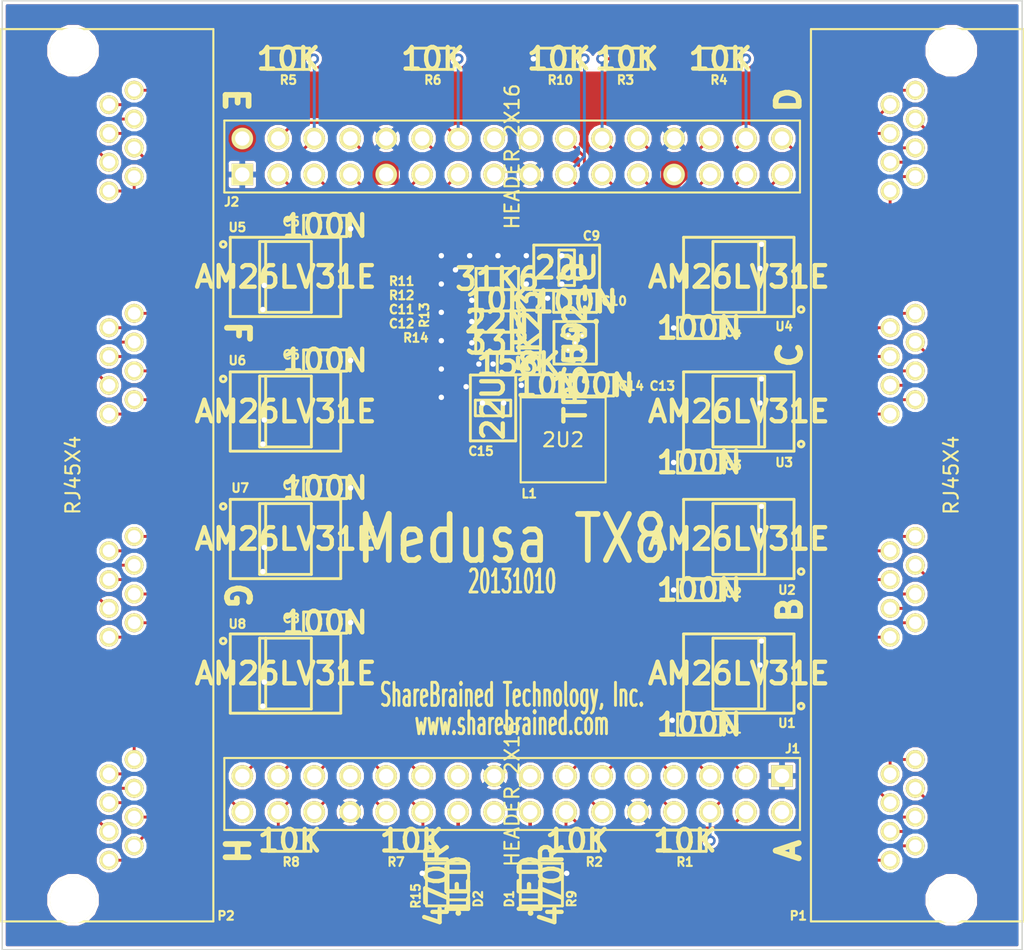
<source format=kicad_pcb>
(kicad_pcb (version 3) (host pcbnew "(2013-10-07 BZR 4378)-product")
  (layers (15 F.Cu signal) (0 B.Cu signal hide) (18 B.Paste user) (19 F.Paste user) (20 B.SilkS user) (21 F.SilkS user) (22 B.Mask user) (23 F.Mask user) (28 Edge.Cuts user))
  (net 0 "")
  (net 1 /AF0)
  (net 2 /AF1)
  (net 3 /AF11)
  (net 4 /AF12)
  (net 5 /AF13)
  (net 6 /AF14)
  (net 7 /AF15)
  (net 8 /AF16)
  (net 9 /AF17)
  (net 10 /AF18)
  (net 11 /AF19)
  (net 12 /AF2)
  (net 13 /AF3)
  (net 14 /AF4)
  (net 15 /AF5)
  (net 16 /AF6)
  (net 17 /AF7)
  (net 18 /AF9)
  (net 19 /AS0)
  (net 20 /AS1)
  (net 21 /AS2)
  (net 22 /AS3)
  (net 23 /BF0)
  (net 24 /BF1)
  (net 25 /BF10)
  (net 26 /BF11)
  (net 27 /BF12)
  (net 28 /BF13)
  (net 29 /BF14)
  (net 30 /BF15)
  (net 31 /BF16)
  (net 32 /BF17)
  (net 33 /BF18)
  (net 34 /BF19)
  (net 35 /BF2)
  (net 36 /BF3)
  (net 37 /BF4)
  (net 38 /BF5)
  (net 39 /BF6)
  (net 40 /BF7)
  (net 41 /BS0)
  (net 42 /BS1)
  (net 43 /BS2)
  (net 44 /BS3)
  (net 45 /SWPH)
  (net 46 /TX0N)
  (net 47 /TX0P)
  (net 48 /TX10N)
  (net 49 /TX10P)
  (net 50 /TX11N)
  (net 51 /TX11P)
  (net 52 /TX12N)
  (net 53 /TX12P)
  (net 54 /TX13N)
  (net 55 /TX13P)
  (net 56 /TX14N)
  (net 57 /TX14P)
  (net 58 /TX15N)
  (net 59 /TX15P)
  (net 60 /TX16N)
  (net 61 /TX16P)
  (net 62 /TX17N)
  (net 63 /TX17P)
  (net 64 /TX18N)
  (net 65 /TX18P)
  (net 66 /TX19N)
  (net 67 /TX19P)
  (net 68 /TX1N)
  (net 69 /TX1P)
  (net 70 /TX20N)
  (net 71 /TX20P)
  (net 72 /TX21N)
  (net 73 /TX21P)
  (net 74 /TX22N)
  (net 75 /TX22P)
  (net 76 /TX23N)
  (net 77 /TX23P)
  (net 78 /TX24N)
  (net 79 /TX24P)
  (net 80 /TX25N)
  (net 81 /TX25P)
  (net 82 /TX26N)
  (net 83 /TX26P)
  (net 84 /TX27N)
  (net 85 /TX27P)
  (net 86 /TX28N)
  (net 87 /TX28P)
  (net 88 /TX29N)
  (net 89 /TX29P)
  (net 90 /TX2N)
  (net 91 /TX2P)
  (net 92 /TX30N)
  (net 93 /TX30P)
  (net 94 /TX31N)
  (net 95 /TX31P)
  (net 96 /TX3N)
  (net 97 /TX3P)
  (net 98 /TX4N)
  (net 99 /TX4P)
  (net 100 /TX5N)
  (net 101 /TX5P)
  (net 102 /TX6N)
  (net 103 /TX6P)
  (net 104 /TX7N)
  (net 105 /TX7P)
  (net 106 /TX8N)
  (net 107 /TX8P)
  (net 108 /TX9N)
  (net 109 /TX9P)
  (net 110 /VTX)
  (net 111 /V_RAW)
  (net 112 GND)
  (net 113 Net-<C11-Pad1>)
  (net 114 Net-<C12-Pad1>)
  (net 115 Net-<C13-Pad1>)
  (net 116 Net-<C14-Pad1>)
  (net 117 Net-<D1-Pad2>)
  (net 118 Net-<D2-Pad2>)
  (net 119 Net-<R11-Pad2>)
  (net 120 Net-<R14-Pad2>)
  (module AMPHENOL_RJHSE508004 (layer F.Cu) (at 172 93.5 90)
    (fp_text reference P1 (at -31.1 -10.8 180) (layer F.SilkS) (effects (font (size 0.6096 0.6096) (thickness 0.1524))))
    (fp_text value RJ45X4 (at 0 0 90) (layer F.SilkS))
    (pad "" np_thru_hole circle (at -29.972 0 90) (size 3.25 3.25) (drill 3.25) (layers *.Cu *.Mask F.SilkS))
    (pad A8 thru_hole circle (at -27.178 -4.318 90) (size 1.3335 1.3335) (drill 0.889) (layers *.Cu *.Mask F.SilkS) (net 96 /TX3N))
    (pad A7 thru_hole circle (at -26.162 -2.54 90) (size 1.3335 1.3335) (drill 0.889) (layers *.Cu *.Mask F.SilkS) (net 97 /TX3P))
    (pad A6 thru_hole circle (at -25.146 -4.318 90) (size 1.3335 1.3335) (drill 0.889) (layers *.Cu *.Mask F.SilkS) (net 68 /TX1N))
    (pad A5 thru_hole circle (at -24.13 -2.54 90) (size 1.3335 1.3335) (drill 0.889) (layers *.Cu *.Mask F.SilkS) (net 91 /TX2P))
    (pad A4 thru_hole circle (at -23.114 -4.318 90) (size 1.3335 1.3335) (drill 0.889) (layers *.Cu *.Mask F.SilkS) (net 90 /TX2N))
    (pad A3 thru_hole circle (at -22.098 -2.54 90) (size 1.3335 1.3335) (drill 0.889) (layers *.Cu *.Mask F.SilkS) (net 69 /TX1P))
    (pad A2 thru_hole circle (at -21.082 -4.318 90) (size 1.3335 1.3335) (drill 0.889) (layers *.Cu *.Mask F.SilkS) (net 46 /TX0N))
    (pad A1 thru_hole circle (at -20.066 -2.54 90) (size 1.3335 1.3335) (drill 0.889) (layers *.Cu *.Mask F.SilkS) (net 47 /TX0P))
    (pad B8 thru_hole circle (at -11.43 -4.318 90) (size 1.3335 1.3335) (drill 0.889) (layers *.Cu *.Mask F.SilkS) (net 104 /TX7N))
    (pad B7 thru_hole circle (at -10.414 -2.54 90) (size 1.3335 1.3335) (drill 0.889) (layers *.Cu *.Mask F.SilkS) (net 105 /TX7P))
    (pad B6 thru_hole circle (at -9.398 -4.318 90) (size 1.3335 1.3335) (drill 0.889) (layers *.Cu *.Mask F.SilkS) (net 100 /TX5N))
    (pad B5 thru_hole circle (at -8.382 -2.54 90) (size 1.3335 1.3335) (drill 0.889) (layers *.Cu *.Mask F.SilkS) (net 103 /TX6P))
    (pad B4 thru_hole circle (at -7.366 -4.318 90) (size 1.3335 1.3335) (drill 0.889) (layers *.Cu *.Mask F.SilkS) (net 102 /TX6N))
    (pad B3 thru_hole circle (at -6.35 -2.54 90) (size 1.3335 1.3335) (drill 0.889) (layers *.Cu *.Mask F.SilkS) (net 101 /TX5P))
    (pad B2 thru_hole circle (at -5.334 -4.318 90) (size 1.3335 1.3335) (drill 0.889) (layers *.Cu *.Mask F.SilkS) (net 98 /TX4N))
    (pad B1 thru_hole circle (at -4.318 -2.54 90) (size 1.3335 1.3335) (drill 0.889) (layers *.Cu *.Mask F.SilkS) (net 99 /TX4P))
    (pad C1 thru_hole circle (at 11.43 -2.54 90) (size 1.3335 1.3335) (drill 0.889) (layers *.Cu *.Mask F.SilkS) (net 107 /TX8P))
    (pad C2 thru_hole circle (at 10.414 -4.318 90) (size 1.3335 1.3335) (drill 0.889) (layers *.Cu *.Mask F.SilkS) (net 106 /TX8N))
    (pad C3 thru_hole circle (at 9.398 -2.54 90) (size 1.3335 1.3335) (drill 0.889) (layers *.Cu *.Mask F.SilkS) (net 109 /TX9P))
    (pad C4 thru_hole circle (at 8.382 -4.318 90) (size 1.3335 1.3335) (drill 0.889) (layers *.Cu *.Mask F.SilkS) (net 48 /TX10N))
    (pad C5 thru_hole circle (at 7.366 -2.54 90) (size 1.3335 1.3335) (drill 0.889) (layers *.Cu *.Mask F.SilkS) (net 49 /TX10P))
    (pad C6 thru_hole circle (at 6.35 -4.318 90) (size 1.3335 1.3335) (drill 0.889) (layers *.Cu *.Mask F.SilkS) (net 108 /TX9N))
    (pad C7 thru_hole circle (at 5.334 -2.54 90) (size 1.3335 1.3335) (drill 0.889) (layers *.Cu *.Mask F.SilkS) (net 51 /TX11P))
    (pad C8 thru_hole circle (at 4.318 -4.318 90) (size 1.3335 1.3335) (drill 0.889) (layers *.Cu *.Mask F.SilkS) (net 50 /TX11N))
    (pad D1 thru_hole circle (at 27.178 -2.54 90) (size 1.3335 1.3335) (drill 0.889) (layers *.Cu *.Mask F.SilkS) (net 53 /TX12P))
    (pad D2 thru_hole circle (at 26.162 -4.318 90) (size 1.3335 1.3335) (drill 0.889) (layers *.Cu *.Mask F.SilkS) (net 52 /TX12N))
    (pad D3 thru_hole circle (at 25.146 -2.54 90) (size 1.3335 1.3335) (drill 0.889) (layers *.Cu *.Mask F.SilkS) (net 55 /TX13P))
    (pad D4 thru_hole circle (at 24.13 -4.318 90) (size 1.3335 1.3335) (drill 0.889) (layers *.Cu *.Mask F.SilkS) (net 56 /TX14N))
    (pad D5 thru_hole circle (at 23.114 -2.54 90) (size 1.3335 1.3335) (drill 0.889) (layers *.Cu *.Mask F.SilkS) (net 57 /TX14P))
    (pad D6 thru_hole circle (at 22.098 -4.318 90) (size 1.3335 1.3335) (drill 0.889) (layers *.Cu *.Mask F.SilkS) (net 54 /TX13N))
    (pad D7 thru_hole circle (at 21.082 -2.54 90) (size 1.3335 1.3335) (drill 0.889) (layers *.Cu *.Mask F.SilkS) (net 59 /TX15P))
    (pad D8 thru_hole circle (at 20.066 -4.318 90) (size 1.3335 1.3335) (drill 0.889) (layers *.Cu *.Mask F.SilkS) (net 58 /TX15N))
    (pad "" np_thru_hole circle (at 29.972 0 90) (size 3.25 3.25) (drill 3.25) (layers *.Cu *.Mask F.SilkS))
  )
  (module AMPHENOL_RJHSE508004 (layer F.Cu) (at 110 93.5 270)
    (fp_text reference P2 (at 31.1 -10.8 360) (layer F.SilkS) (effects (font (size 0.6096 0.6096) (thickness 0.1524))))
    (fp_text value RJ45X4 (at 0 0 270) (layer F.SilkS))
    (pad "" np_thru_hole circle (at -29.972 0 270) (size 3.25 3.25) (drill 3.25) (layers *.Cu *.Mask F.SilkS))
    (pad A8 thru_hole circle (at -27.178 -4.318 270) (size 1.3335 1.3335) (drill 0.889) (layers *.Cu *.Mask F.SilkS) (net 66 /TX19N))
    (pad A7 thru_hole circle (at -26.162 -2.54 270) (size 1.3335 1.3335) (drill 0.889) (layers *.Cu *.Mask F.SilkS) (net 67 /TX19P))
    (pad A6 thru_hole circle (at -25.146 -4.318 270) (size 1.3335 1.3335) (drill 0.889) (layers *.Cu *.Mask F.SilkS) (net 62 /TX17N))
    (pad A5 thru_hole circle (at -24.13 -2.54 270) (size 1.3335 1.3335) (drill 0.889) (layers *.Cu *.Mask F.SilkS) (net 65 /TX18P))
    (pad A4 thru_hole circle (at -23.114 -4.318 270) (size 1.3335 1.3335) (drill 0.889) (layers *.Cu *.Mask F.SilkS) (net 64 /TX18N))
    (pad A3 thru_hole circle (at -22.098 -2.54 270) (size 1.3335 1.3335) (drill 0.889) (layers *.Cu *.Mask F.SilkS) (net 63 /TX17P))
    (pad A2 thru_hole circle (at -21.082 -4.318 270) (size 1.3335 1.3335) (drill 0.889) (layers *.Cu *.Mask F.SilkS) (net 60 /TX16N))
    (pad A1 thru_hole circle (at -20.066 -2.54 270) (size 1.3335 1.3335) (drill 0.889) (layers *.Cu *.Mask F.SilkS) (net 61 /TX16P))
    (pad B8 thru_hole circle (at -11.43 -4.318 270) (size 1.3335 1.3335) (drill 0.889) (layers *.Cu *.Mask F.SilkS) (net 76 /TX23N))
    (pad B7 thru_hole circle (at -10.414 -2.54 270) (size 1.3335 1.3335) (drill 0.889) (layers *.Cu *.Mask F.SilkS) (net 77 /TX23P))
    (pad B6 thru_hole circle (at -9.398 -4.318 270) (size 1.3335 1.3335) (drill 0.889) (layers *.Cu *.Mask F.SilkS) (net 72 /TX21N))
    (pad B5 thru_hole circle (at -8.382 -2.54 270) (size 1.3335 1.3335) (drill 0.889) (layers *.Cu *.Mask F.SilkS) (net 75 /TX22P))
    (pad B4 thru_hole circle (at -7.366 -4.318 270) (size 1.3335 1.3335) (drill 0.889) (layers *.Cu *.Mask F.SilkS) (net 74 /TX22N))
    (pad B3 thru_hole circle (at -6.35 -2.54 270) (size 1.3335 1.3335) (drill 0.889) (layers *.Cu *.Mask F.SilkS) (net 73 /TX21P))
    (pad B2 thru_hole circle (at -5.334 -4.318 270) (size 1.3335 1.3335) (drill 0.889) (layers *.Cu *.Mask F.SilkS) (net 70 /TX20N))
    (pad B1 thru_hole circle (at -4.318 -2.54 270) (size 1.3335 1.3335) (drill 0.889) (layers *.Cu *.Mask F.SilkS) (net 71 /TX20P))
    (pad C1 thru_hole circle (at 11.43 -2.54 270) (size 1.3335 1.3335) (drill 0.889) (layers *.Cu *.Mask F.SilkS) (net 79 /TX24P))
    (pad C2 thru_hole circle (at 10.414 -4.318 270) (size 1.3335 1.3335) (drill 0.889) (layers *.Cu *.Mask F.SilkS) (net 78 /TX24N))
    (pad C3 thru_hole circle (at 9.398 -2.54 270) (size 1.3335 1.3335) (drill 0.889) (layers *.Cu *.Mask F.SilkS) (net 81 /TX25P))
    (pad C4 thru_hole circle (at 8.382 -4.318 270) (size 1.3335 1.3335) (drill 0.889) (layers *.Cu *.Mask F.SilkS) (net 82 /TX26N))
    (pad C5 thru_hole circle (at 7.366 -2.54 270) (size 1.3335 1.3335) (drill 0.889) (layers *.Cu *.Mask F.SilkS) (net 83 /TX26P))
    (pad C6 thru_hole circle (at 6.35 -4.318 270) (size 1.3335 1.3335) (drill 0.889) (layers *.Cu *.Mask F.SilkS) (net 80 /TX25N))
    (pad C7 thru_hole circle (at 5.334 -2.54 270) (size 1.3335 1.3335) (drill 0.889) (layers *.Cu *.Mask F.SilkS) (net 85 /TX27P))
    (pad C8 thru_hole circle (at 4.318 -4.318 270) (size 1.3335 1.3335) (drill 0.889) (layers *.Cu *.Mask F.SilkS) (net 84 /TX27N))
    (pad D1 thru_hole circle (at 27.178 -2.54 270) (size 1.3335 1.3335) (drill 0.889) (layers *.Cu *.Mask F.SilkS) (net 87 /TX28P))
    (pad D2 thru_hole circle (at 26.162 -4.318 270) (size 1.3335 1.3335) (drill 0.889) (layers *.Cu *.Mask F.SilkS) (net 86 /TX28N))
    (pad D3 thru_hole circle (at 25.146 -2.54 270) (size 1.3335 1.3335) (drill 0.889) (layers *.Cu *.Mask F.SilkS) (net 89 /TX29P))
    (pad D4 thru_hole circle (at 24.13 -4.318 270) (size 1.3335 1.3335) (drill 0.889) (layers *.Cu *.Mask F.SilkS) (net 92 /TX30N))
    (pad D5 thru_hole circle (at 23.114 -2.54 270) (size 1.3335 1.3335) (drill 0.889) (layers *.Cu *.Mask F.SilkS) (net 93 /TX30P))
    (pad D6 thru_hole circle (at 22.098 -4.318 270) (size 1.3335 1.3335) (drill 0.889) (layers *.Cu *.Mask F.SilkS) (net 88 /TX29N))
    (pad D7 thru_hole circle (at 21.082 -2.54 270) (size 1.3335 1.3335) (drill 0.889) (layers *.Cu *.Mask F.SilkS) (net 95 /TX31P))
    (pad D8 thru_hole circle (at 20.066 -4.318 270) (size 1.3335 1.3335) (drill 0.889) (layers *.Cu *.Mask F.SilkS) (net 94 /TX31N))
    (pad "" np_thru_hole circle (at 29.972 0 270) (size 3.25 3.25) (drill 3.25) (layers *.Cu *.Mask F.SilkS))
  )
  (module IPC_SOP65P640X120-16N (layer F.Cu) (at 157 89 180)
    (fp_text reference U3 (at -3.2 -3.6 180) (layer F.SilkS) (effects (font (size 0.6096 0.6096) (thickness 0.1524))))
    (fp_text value AM26LV31E (at 0 0 180) (layer F.SilkS) (effects (font (thickness 0.3048))))
    (pad 1 smd rect (at -2.90068 -2.27584 180) (size 1.50114 0.44958) (layers F.Cu F.Paste F.Mask) (net 29 /BF14))
    (pad 2 smd rect (at -2.90068 -1.6256 180) (size 1.50114 0.44958) (layers F.Cu F.Paste F.Mask) (net 49 /TX10P))
    (pad 3 smd rect (at -2.90068 -0.97536 180) (size 1.50114 0.44958) (layers F.Cu F.Paste F.Mask) (net 48 /TX10N))
    (pad 4 smd rect (at -2.90068 -0.32512 180) (size 1.50114 0.44958) (layers F.Cu F.Paste F.Mask) (net 112 GND))
    (pad 5 smd rect (at -2.90068 0.32512 180) (size 1.50114 0.44958) (layers F.Cu F.Paste F.Mask) (net 106 /TX8N))
    (pad 6 smd rect (at -2.90068 0.97536 180) (size 1.50114 0.44958) (layers F.Cu F.Paste F.Mask) (net 107 /TX8P))
    (pad 7 smd rect (at -2.90068 1.6256 180) (size 1.50114 0.44958) (layers F.Cu F.Paste F.Mask) (net 31 /BF16))
    (pad 8 smd rect (at -2.90068 2.27584 180) (size 1.50114 0.44958) (layers F.Cu F.Paste F.Mask) (net 112 GND))
    (pad 9 smd rect (at 2.90068 2.27584 180) (size 1.50114 0.44958) (layers F.Cu F.Paste F.Mask) (net 28 /BF13))
    (pad 10 smd rect (at 2.90068 1.6256 180) (size 1.50114 0.44958) (layers F.Cu F.Paste F.Mask) (net 51 /TX11P))
    (pad 11 smd rect (at 2.90068 0.97536 180) (size 1.50114 0.44958) (layers F.Cu F.Paste F.Mask) (net 50 /TX11N))
    (pad 12 smd rect (at 2.90068 0.32512 180) (size 1.50114 0.44958) (layers F.Cu F.Paste F.Mask) (net 43 /BS2))
    (pad 13 smd rect (at 2.90068 -0.32512 180) (size 1.50114 0.44958) (layers F.Cu F.Paste F.Mask) (net 108 /TX9N))
    (pad 14 smd rect (at 2.90068 -0.97536 180) (size 1.50114 0.44958) (layers F.Cu F.Paste F.Mask) (net 109 /TX9P))
    (pad 15 smd rect (at 2.90068 -1.6256 180) (size 1.50114 0.44958) (layers F.Cu F.Paste F.Mask) (net 27 /BF12))
    (pad 16 smd rect (at 2.90068 -2.27584 180) (size 1.50114 0.44958) (layers F.Cu F.Paste F.Mask) (net 110 /VTX))
  )
  (module IPC_SOP65P640X120-16N (layer F.Cu) (at 157 79.5 180)
    (fp_text reference U4 (at -3.2 -3.5 180) (layer F.SilkS) (effects (font (size 0.6096 0.6096) (thickness 0.1524))))
    (fp_text value AM26LV31E (at 0 0 180) (layer F.SilkS) (effects (font (thickness 0.3048))))
    (pad 1 smd rect (at -2.90068 -2.27584 180) (size 1.50114 0.44958) (layers F.Cu F.Paste F.Mask) (net 33 /BF18))
    (pad 2 smd rect (at -2.90068 -1.6256 180) (size 1.50114 0.44958) (layers F.Cu F.Paste F.Mask) (net 57 /TX14P))
    (pad 3 smd rect (at -2.90068 -0.97536 180) (size 1.50114 0.44958) (layers F.Cu F.Paste F.Mask) (net 56 /TX14N))
    (pad 4 smd rect (at -2.90068 -0.32512 180) (size 1.50114 0.44958) (layers F.Cu F.Paste F.Mask) (net 112 GND))
    (pad 5 smd rect (at -2.90068 0.32512 180) (size 1.50114 0.44958) (layers F.Cu F.Paste F.Mask) (net 52 /TX12N))
    (pad 6 smd rect (at -2.90068 0.97536 180) (size 1.50114 0.44958) (layers F.Cu F.Paste F.Mask) (net 53 /TX12P))
    (pad 7 smd rect (at -2.90068 1.6256 180) (size 1.50114 0.44958) (layers F.Cu F.Paste F.Mask) (net 34 /BF19))
    (pad 8 smd rect (at -2.90068 2.27584 180) (size 1.50114 0.44958) (layers F.Cu F.Paste F.Mask) (net 112 GND))
    (pad 9 smd rect (at 2.90068 2.27584 180) (size 1.50114 0.44958) (layers F.Cu F.Paste F.Mask) (net 32 /BF17))
    (pad 10 smd rect (at 2.90068 1.6256 180) (size 1.50114 0.44958) (layers F.Cu F.Paste F.Mask) (net 59 /TX15P))
    (pad 11 smd rect (at 2.90068 0.97536 180) (size 1.50114 0.44958) (layers F.Cu F.Paste F.Mask) (net 58 /TX15N))
    (pad 12 smd rect (at 2.90068 0.32512 180) (size 1.50114 0.44958) (layers F.Cu F.Paste F.Mask) (net 44 /BS3))
    (pad 13 smd rect (at 2.90068 -0.32512 180) (size 1.50114 0.44958) (layers F.Cu F.Paste F.Mask) (net 54 /TX13N))
    (pad 14 smd rect (at 2.90068 -0.97536 180) (size 1.50114 0.44958) (layers F.Cu F.Paste F.Mask) (net 55 /TX13P))
    (pad 15 smd rect (at 2.90068 -1.6256 180) (size 1.50114 0.44958) (layers F.Cu F.Paste F.Mask) (net 30 /BF15))
    (pad 16 smd rect (at 2.90068 -2.27584 180) (size 1.50114 0.44958) (layers F.Cu F.Paste F.Mask) (net 110 /VTX))
  )
  (module IPC_SOP65P640X120-16N (layer F.Cu) (at 125 79.5)
    (fp_text reference U5 (at -3.4 -3.5) (layer F.SilkS) (effects (font (size 0.6096 0.6096) (thickness 0.1524))))
    (fp_text value AM26LV31E (at 0 0) (layer F.SilkS) (effects (font (thickness 0.3048))))
    (pad 1 smd rect (at -2.90068 -2.27584) (size 1.50114 0.44958) (layers F.Cu F.Paste F.Mask) (net 24 /BF1))
    (pad 2 smd rect (at -2.90068 -1.6256) (size 1.50114 0.44958) (layers F.Cu F.Paste F.Mask) (net 65 /TX18P))
    (pad 3 smd rect (at -2.90068 -0.97536) (size 1.50114 0.44958) (layers F.Cu F.Paste F.Mask) (net 64 /TX18N))
    (pad 4 smd rect (at -2.90068 -0.32512) (size 1.50114 0.44958) (layers F.Cu F.Paste F.Mask) (net 112 GND))
    (pad 5 smd rect (at -2.90068 0.32512) (size 1.50114 0.44958) (layers F.Cu F.Paste F.Mask) (net 60 /TX16N))
    (pad 6 smd rect (at -2.90068 0.97536) (size 1.50114 0.44958) (layers F.Cu F.Paste F.Mask) (net 61 /TX16P))
    (pad 7 smd rect (at -2.90068 1.6256) (size 1.50114 0.44958) (layers F.Cu F.Paste F.Mask) (net 36 /BF3))
    (pad 8 smd rect (at -2.90068 2.27584) (size 1.50114 0.44958) (layers F.Cu F.Paste F.Mask) (net 112 GND))
    (pad 9 smd rect (at 2.90068 2.27584) (size 1.50114 0.44958) (layers F.Cu F.Paste F.Mask) (net 35 /BF2))
    (pad 10 smd rect (at 2.90068 1.6256) (size 1.50114 0.44958) (layers F.Cu F.Paste F.Mask) (net 67 /TX19P))
    (pad 11 smd rect (at 2.90068 0.97536) (size 1.50114 0.44958) (layers F.Cu F.Paste F.Mask) (net 66 /TX19N))
    (pad 12 smd rect (at 2.90068 0.32512) (size 1.50114 0.44958) (layers F.Cu F.Paste F.Mask) (net 41 /BS0))
    (pad 13 smd rect (at 2.90068 -0.32512) (size 1.50114 0.44958) (layers F.Cu F.Paste F.Mask) (net 62 /TX17N))
    (pad 14 smd rect (at 2.90068 -0.97536) (size 1.50114 0.44958) (layers F.Cu F.Paste F.Mask) (net 63 /TX17P))
    (pad 15 smd rect (at 2.90068 -1.6256) (size 1.50114 0.44958) (layers F.Cu F.Paste F.Mask) (net 23 /BF0))
    (pad 16 smd rect (at 2.90068 -2.27584) (size 1.50114 0.44958) (layers F.Cu F.Paste F.Mask) (net 110 /VTX))
  )
  (module IPC_SOP65P640X120-16N (layer F.Cu) (at 125 89)
    (fp_text reference U6 (at -3.4 -3.6) (layer F.SilkS) (effects (font (size 0.6096 0.6096) (thickness 0.1524))))
    (fp_text value AM26LV31E (at 0 0) (layer F.SilkS) (effects (font (thickness 0.3048))))
    (pad 1 smd rect (at -2.90068 -2.27584) (size 1.50114 0.44958) (layers F.Cu F.Paste F.Mask) (net 39 /BF6))
    (pad 2 smd rect (at -2.90068 -1.6256) (size 1.50114 0.44958) (layers F.Cu F.Paste F.Mask) (net 75 /TX22P))
    (pad 3 smd rect (at -2.90068 -0.97536) (size 1.50114 0.44958) (layers F.Cu F.Paste F.Mask) (net 74 /TX22N))
    (pad 4 smd rect (at -2.90068 -0.32512) (size 1.50114 0.44958) (layers F.Cu F.Paste F.Mask) (net 112 GND))
    (pad 5 smd rect (at -2.90068 0.32512) (size 1.50114 0.44958) (layers F.Cu F.Paste F.Mask) (net 70 /TX20N))
    (pad 6 smd rect (at -2.90068 0.97536) (size 1.50114 0.44958) (layers F.Cu F.Paste F.Mask) (net 71 /TX20P))
    (pad 7 smd rect (at -2.90068 1.6256) (size 1.50114 0.44958) (layers F.Cu F.Paste F.Mask) (net 40 /BF7))
    (pad 8 smd rect (at -2.90068 2.27584) (size 1.50114 0.44958) (layers F.Cu F.Paste F.Mask) (net 112 GND))
    (pad 9 smd rect (at 2.90068 2.27584) (size 1.50114 0.44958) (layers F.Cu F.Paste F.Mask) (net 38 /BF5))
    (pad 10 smd rect (at 2.90068 1.6256) (size 1.50114 0.44958) (layers F.Cu F.Paste F.Mask) (net 77 /TX23P))
    (pad 11 smd rect (at 2.90068 0.97536) (size 1.50114 0.44958) (layers F.Cu F.Paste F.Mask) (net 76 /TX23N))
    (pad 12 smd rect (at 2.90068 0.32512) (size 1.50114 0.44958) (layers F.Cu F.Paste F.Mask) (net 42 /BS1))
    (pad 13 smd rect (at 2.90068 -0.32512) (size 1.50114 0.44958) (layers F.Cu F.Paste F.Mask) (net 72 /TX21N))
    (pad 14 smd rect (at 2.90068 -0.97536) (size 1.50114 0.44958) (layers F.Cu F.Paste F.Mask) (net 73 /TX21P))
    (pad 15 smd rect (at 2.90068 -1.6256) (size 1.50114 0.44958) (layers F.Cu F.Paste F.Mask) (net 37 /BF4))
    (pad 16 smd rect (at 2.90068 -2.27584) (size 1.50114 0.44958) (layers F.Cu F.Paste F.Mask) (net 110 /VTX))
  )
  (module IPC_SOP65P640X120-16N (layer F.Cu) (at 125 98)
    (fp_text reference U7 (at -3.2 -3.6) (layer F.SilkS) (effects (font (size 0.6096 0.6096) (thickness 0.1524))))
    (fp_text value AM26LV31E (at 0 0) (layer F.SilkS) (effects (font (thickness 0.3048))))
    (pad 1 smd rect (at -2.90068 -2.27584) (size 1.50114 0.44958) (layers F.Cu F.Paste F.Mask) (net 6 /AF14))
    (pad 2 smd rect (at -2.90068 -1.6256) (size 1.50114 0.44958) (layers F.Cu F.Paste F.Mask) (net 83 /TX26P))
    (pad 3 smd rect (at -2.90068 -0.97536) (size 1.50114 0.44958) (layers F.Cu F.Paste F.Mask) (net 82 /TX26N))
    (pad 4 smd rect (at -2.90068 -0.32512) (size 1.50114 0.44958) (layers F.Cu F.Paste F.Mask) (net 112 GND))
    (pad 5 smd rect (at -2.90068 0.32512) (size 1.50114 0.44958) (layers F.Cu F.Paste F.Mask) (net 78 /TX24N))
    (pad 6 smd rect (at -2.90068 0.97536) (size 1.50114 0.44958) (layers F.Cu F.Paste F.Mask) (net 79 /TX24P))
    (pad 7 smd rect (at -2.90068 1.6256) (size 1.50114 0.44958) (layers F.Cu F.Paste F.Mask) (net 8 /AF16))
    (pad 8 smd rect (at -2.90068 2.27584) (size 1.50114 0.44958) (layers F.Cu F.Paste F.Mask) (net 112 GND))
    (pad 9 smd rect (at 2.90068 2.27584) (size 1.50114 0.44958) (layers F.Cu F.Paste F.Mask) (net 5 /AF13))
    (pad 10 smd rect (at 2.90068 1.6256) (size 1.50114 0.44958) (layers F.Cu F.Paste F.Mask) (net 85 /TX27P))
    (pad 11 smd rect (at 2.90068 0.97536) (size 1.50114 0.44958) (layers F.Cu F.Paste F.Mask) (net 84 /TX27N))
    (pad 12 smd rect (at 2.90068 0.32512) (size 1.50114 0.44958) (layers F.Cu F.Paste F.Mask) (net 21 /AS2))
    (pad 13 smd rect (at 2.90068 -0.32512) (size 1.50114 0.44958) (layers F.Cu F.Paste F.Mask) (net 80 /TX25N))
    (pad 14 smd rect (at 2.90068 -0.97536) (size 1.50114 0.44958) (layers F.Cu F.Paste F.Mask) (net 81 /TX25P))
    (pad 15 smd rect (at 2.90068 -1.6256) (size 1.50114 0.44958) (layers F.Cu F.Paste F.Mask) (net 4 /AF12))
    (pad 16 smd rect (at 2.90068 -2.27584) (size 1.50114 0.44958) (layers F.Cu F.Paste F.Mask) (net 110 /VTX))
  )
  (module IPC_SOP65P640X120-16N (layer F.Cu) (at 125 107.5)
    (fp_text reference U8 (at -3.4 -3.5) (layer F.SilkS) (effects (font (size 0.6096 0.6096) (thickness 0.1524))))
    (fp_text value AM26LV31E (at 0 0) (layer F.SilkS) (effects (font (thickness 0.3048))))
    (pad 1 smd rect (at -2.90068 -2.27584) (size 1.50114 0.44958) (layers F.Cu F.Paste F.Mask) (net 10 /AF18))
    (pad 2 smd rect (at -2.90068 -1.6256) (size 1.50114 0.44958) (layers F.Cu F.Paste F.Mask) (net 93 /TX30P))
    (pad 3 smd rect (at -2.90068 -0.97536) (size 1.50114 0.44958) (layers F.Cu F.Paste F.Mask) (net 92 /TX30N))
    (pad 4 smd rect (at -2.90068 -0.32512) (size 1.50114 0.44958) (layers F.Cu F.Paste F.Mask) (net 112 GND))
    (pad 5 smd rect (at -2.90068 0.32512) (size 1.50114 0.44958) (layers F.Cu F.Paste F.Mask) (net 86 /TX28N))
    (pad 6 smd rect (at -2.90068 0.97536) (size 1.50114 0.44958) (layers F.Cu F.Paste F.Mask) (net 87 /TX28P))
    (pad 7 smd rect (at -2.90068 1.6256) (size 1.50114 0.44958) (layers F.Cu F.Paste F.Mask) (net 11 /AF19))
    (pad 8 smd rect (at -2.90068 2.27584) (size 1.50114 0.44958) (layers F.Cu F.Paste F.Mask) (net 112 GND))
    (pad 9 smd rect (at 2.90068 2.27584) (size 1.50114 0.44958) (layers F.Cu F.Paste F.Mask) (net 9 /AF17))
    (pad 10 smd rect (at 2.90068 1.6256) (size 1.50114 0.44958) (layers F.Cu F.Paste F.Mask) (net 95 /TX31P))
    (pad 11 smd rect (at 2.90068 0.97536) (size 1.50114 0.44958) (layers F.Cu F.Paste F.Mask) (net 94 /TX31N))
    (pad 12 smd rect (at 2.90068 0.32512) (size 1.50114 0.44958) (layers F.Cu F.Paste F.Mask) (net 22 /AS3))
    (pad 13 smd rect (at 2.90068 -0.32512) (size 1.50114 0.44958) (layers F.Cu F.Paste F.Mask) (net 88 /TX29N))
    (pad 14 smd rect (at 2.90068 -0.97536) (size 1.50114 0.44958) (layers F.Cu F.Paste F.Mask) (net 89 /TX29P))
    (pad 15 smd rect (at 2.90068 -1.6256) (size 1.50114 0.44958) (layers F.Cu F.Paste F.Mask) (net 7 /AF15))
    (pad 16 smd rect (at 2.90068 -2.27584) (size 1.50114 0.44958) (layers F.Cu F.Paste F.Mask) (net 110 /VTX))
  )
  (module IPC_SOP65P640X120-16N (layer F.Cu) (at 157 107.5 180)
    (fp_text reference U1 (at -3.4 -3.5 180) (layer F.SilkS) (effects (font (size 0.6096 0.6096) (thickness 0.1524))))
    (fp_text value AM26LV31E (at 0 0 180) (layer F.SilkS) (effects (font (thickness 0.3048))))
    (pad 1 smd rect (at -2.90068 -2.27584 180) (size 1.50114 0.44958) (layers F.Cu F.Paste F.Mask) (net 2 /AF1))
    (pad 2 smd rect (at -2.90068 -1.6256 180) (size 1.50114 0.44958) (layers F.Cu F.Paste F.Mask) (net 91 /TX2P))
    (pad 3 smd rect (at -2.90068 -0.97536 180) (size 1.50114 0.44958) (layers F.Cu F.Paste F.Mask) (net 90 /TX2N))
    (pad 4 smd rect (at -2.90068 -0.32512 180) (size 1.50114 0.44958) (layers F.Cu F.Paste F.Mask) (net 112 GND))
    (pad 5 smd rect (at -2.90068 0.32512 180) (size 1.50114 0.44958) (layers F.Cu F.Paste F.Mask) (net 46 /TX0N))
    (pad 6 smd rect (at -2.90068 0.97536 180) (size 1.50114 0.44958) (layers F.Cu F.Paste F.Mask) (net 47 /TX0P))
    (pad 7 smd rect (at -2.90068 1.6256 180) (size 1.50114 0.44958) (layers F.Cu F.Paste F.Mask) (net 13 /AF3))
    (pad 8 smd rect (at -2.90068 2.27584 180) (size 1.50114 0.44958) (layers F.Cu F.Paste F.Mask) (net 112 GND))
    (pad 9 smd rect (at 2.90068 2.27584 180) (size 1.50114 0.44958) (layers F.Cu F.Paste F.Mask) (net 12 /AF2))
    (pad 10 smd rect (at 2.90068 1.6256 180) (size 1.50114 0.44958) (layers F.Cu F.Paste F.Mask) (net 97 /TX3P))
    (pad 11 smd rect (at 2.90068 0.97536 180) (size 1.50114 0.44958) (layers F.Cu F.Paste F.Mask) (net 96 /TX3N))
    (pad 12 smd rect (at 2.90068 0.32512 180) (size 1.50114 0.44958) (layers F.Cu F.Paste F.Mask) (net 19 /AS0))
    (pad 13 smd rect (at 2.90068 -0.32512 180) (size 1.50114 0.44958) (layers F.Cu F.Paste F.Mask) (net 68 /TX1N))
    (pad 14 smd rect (at 2.90068 -0.97536 180) (size 1.50114 0.44958) (layers F.Cu F.Paste F.Mask) (net 69 /TX1P))
    (pad 15 smd rect (at 2.90068 -1.6256 180) (size 1.50114 0.44958) (layers F.Cu F.Paste F.Mask) (net 1 /AF0))
    (pad 16 smd rect (at 2.90068 -2.27584 180) (size 1.50114 0.44958) (layers F.Cu F.Paste F.Mask) (net 110 /VTX))
  )
  (module IPC_SOP65P640X120-16N (layer F.Cu) (at 157 98 180)
    (fp_text reference U2 (at -3.4 -3.6 180) (layer F.SilkS) (effects (font (size 0.6096 0.6096) (thickness 0.1524))))
    (fp_text value AM26LV31E (at 0 0 180) (layer F.SilkS) (effects (font (thickness 0.3048))))
    (pad 1 smd rect (at -2.90068 -2.27584 180) (size 1.50114 0.44958) (layers F.Cu F.Paste F.Mask) (net 16 /AF6))
    (pad 2 smd rect (at -2.90068 -1.6256 180) (size 1.50114 0.44958) (layers F.Cu F.Paste F.Mask) (net 103 /TX6P))
    (pad 3 smd rect (at -2.90068 -0.97536 180) (size 1.50114 0.44958) (layers F.Cu F.Paste F.Mask) (net 102 /TX6N))
    (pad 4 smd rect (at -2.90068 -0.32512 180) (size 1.50114 0.44958) (layers F.Cu F.Paste F.Mask) (net 112 GND))
    (pad 5 smd rect (at -2.90068 0.32512 180) (size 1.50114 0.44958) (layers F.Cu F.Paste F.Mask) (net 98 /TX4N))
    (pad 6 smd rect (at -2.90068 0.97536 180) (size 1.50114 0.44958) (layers F.Cu F.Paste F.Mask) (net 99 /TX4P))
    (pad 7 smd rect (at -2.90068 1.6256 180) (size 1.50114 0.44958) (layers F.Cu F.Paste F.Mask) (net 17 /AF7))
    (pad 8 smd rect (at -2.90068 2.27584 180) (size 1.50114 0.44958) (layers F.Cu F.Paste F.Mask) (net 112 GND))
    (pad 9 smd rect (at 2.90068 2.27584 180) (size 1.50114 0.44958) (layers F.Cu F.Paste F.Mask) (net 15 /AF5))
    (pad 10 smd rect (at 2.90068 1.6256 180) (size 1.50114 0.44958) (layers F.Cu F.Paste F.Mask) (net 105 /TX7P))
    (pad 11 smd rect (at 2.90068 0.97536 180) (size 1.50114 0.44958) (layers F.Cu F.Paste F.Mask) (net 104 /TX7N))
    (pad 12 smd rect (at 2.90068 0.32512 180) (size 1.50114 0.44958) (layers F.Cu F.Paste F.Mask) (net 20 /AS1))
    (pad 13 smd rect (at 2.90068 -0.32512 180) (size 1.50114 0.44958) (layers F.Cu F.Paste F.Mask) (net 100 /TX5N))
    (pad 14 smd rect (at 2.90068 -0.97536 180) (size 1.50114 0.44958) (layers F.Cu F.Paste F.Mask) (net 101 /TX5P))
    (pad 15 smd rect (at 2.90068 -1.6256 180) (size 1.50114 0.44958) (layers F.Cu F.Paste F.Mask) (net 14 /AF4))
    (pad 16 smd rect (at 2.90068 -2.27584 180) (size 1.50114 0.44958) (layers F.Cu F.Paste F.Mask) (net 110 /VTX))
  )
  (module HEADER_16X2_TH_254 (layer F.Cu) (at 141 116 270)
    (fp_text reference J1 (at -3.2 -19.8 360) (layer F.SilkS) (effects (font (size 0.6096 0.6096) (thickness 0.1524))))
    (fp_text value HEADER_2X16 (at 0 0 270) (layer F.SilkS))
    (pad 1 thru_hole rect (at -1.27 -19.05 270) (size 1.524 1.524) (drill 1.016) (layers *.Cu *.Mask F.SilkS) (net 112 GND))
    (pad 2 thru_hole circle (at 1.27 -19.05 270) (size 1.524 1.524) (drill 1.016) (layers *.Cu *.Mask F.SilkS) (net 111 /V_RAW))
    (pad 3 thru_hole circle (at -1.27 -16.51 270) (size 1.524 1.524) (drill 1.016) (layers *.Cu *.Mask F.SilkS) (net 1 /AF0))
    (pad 4 thru_hole circle (at 1.27 -16.51 270) (size 1.524 1.524) (drill 1.016) (layers *.Cu *.Mask F.SilkS) (net 2 /AF1))
    (pad 5 thru_hole circle (at -1.27 -13.97 270) (size 1.524 1.524) (drill 1.016) (layers *.Cu *.Mask F.SilkS) (net 12 /AF2))
    (pad 6 thru_hole circle (at 1.27 -13.97 270) (size 1.524 1.524) (drill 1.016) (layers *.Cu *.Mask F.SilkS) (net 19 /AS0))
    (pad 7 thru_hole circle (at -1.27 -11.43 270) (size 1.524 1.524) (drill 1.016) (layers *.Cu *.Mask F.SilkS) (net 13 /AF3))
    (pad 8 thru_hole circle (at 1.27 -11.43 270) (size 1.524 1.524) (drill 1.016) (layers *.Cu *.Mask F.SilkS) (net 14 /AF4))
    (pad 9 thru_hole circle (at -1.27 -8.89 270) (size 1.524 1.524) (drill 1.016) (layers *.Cu *.Mask F.SilkS) (net 111 /V_RAW))
    (pad 10 thru_hole circle (at 1.27 -8.89 270) (size 1.524 1.524) (drill 1.016) (layers *.Cu *.Mask F.SilkS) (net 112 GND))
    (pad 11 thru_hole circle (at -1.27 -6.35 270) (size 1.524 1.524) (drill 1.016) (layers *.Cu *.Mask F.SilkS) (net 15 /AF5))
    (pad 12 thru_hole circle (at 1.27 -6.35 270) (size 1.524 1.524) (drill 1.016) (layers *.Cu *.Mask F.SilkS) (net 16 /AF6))
    (pad 13 thru_hole circle (at -1.27 -3.81 270) (size 1.524 1.524) (drill 1.016) (layers *.Cu *.Mask F.SilkS) (net 17 /AF7))
    (pad 14 thru_hole circle (at 1.27 -3.81 270) (size 1.524 1.524) (drill 1.016) (layers *.Cu *.Mask F.SilkS) (net 20 /AS1))
    (pad 15 thru_hole circle (at -1.27 -1.27 270) (size 1.524 1.524) (drill 1.016) (layers *.Cu *.Mask F.SilkS))
    (pad 16 thru_hole circle (at 1.27 -1.27 270) (size 1.524 1.524) (drill 1.016) (layers *.Cu *.Mask F.SilkS) (net 18 /AF9))
    (pad 17 thru_hole circle (at -1.27 1.27 270) (size 1.524 1.524) (drill 1.016) (layers *.Cu *.Mask F.SilkS) (net 112 GND))
    (pad 18 thru_hole circle (at 1.27 1.27 270) (size 1.524 1.524) (drill 1.016) (layers *.Cu *.Mask F.SilkS) (net 111 /V_RAW))
    (pad 19 thru_hole circle (at -1.27 3.81 270) (size 1.524 1.524) (drill 1.016) (layers *.Cu *.Mask F.SilkS))
    (pad 20 thru_hole circle (at 1.27 3.81 270) (size 1.524 1.524) (drill 1.016) (layers *.Cu *.Mask F.SilkS) (net 3 /AF11))
    (pad 21 thru_hole circle (at -1.27 6.35 270) (size 1.524 1.524) (drill 1.016) (layers *.Cu *.Mask F.SilkS) (net 4 /AF12))
    (pad 22 thru_hole circle (at 1.27 6.35 270) (size 1.524 1.524) (drill 1.016) (layers *.Cu *.Mask F.SilkS) (net 21 /AS2))
    (pad 23 thru_hole circle (at -1.27 8.89 270) (size 1.524 1.524) (drill 1.016) (layers *.Cu *.Mask F.SilkS) (net 5 /AF13))
    (pad 24 thru_hole circle (at 1.27 8.89 270) (size 1.524 1.524) (drill 1.016) (layers *.Cu *.Mask F.SilkS) (net 6 /AF14))
    (pad 25 thru_hole circle (at -1.27 11.43 270) (size 1.524 1.524) (drill 1.016) (layers *.Cu *.Mask F.SilkS) (net 111 /V_RAW))
    (pad 26 thru_hole circle (at 1.27 11.43 270) (size 1.524 1.524) (drill 1.016) (layers *.Cu *.Mask F.SilkS) (net 112 GND))
    (pad 27 thru_hole circle (at -1.27 13.97 270) (size 1.524 1.524) (drill 1.016) (layers *.Cu *.Mask F.SilkS) (net 7 /AF15))
    (pad 28 thru_hole circle (at 1.27 13.97 270) (size 1.524 1.524) (drill 1.016) (layers *.Cu *.Mask F.SilkS) (net 8 /AF16))
    (pad 29 thru_hole circle (at -1.27 16.51 270) (size 1.524 1.524) (drill 1.016) (layers *.Cu *.Mask F.SilkS) (net 9 /AF17))
    (pad 30 thru_hole circle (at 1.27 16.51 270) (size 1.524 1.524) (drill 1.016) (layers *.Cu *.Mask F.SilkS) (net 22 /AS3))
    (pad 31 thru_hole circle (at -1.27 19.05 270) (size 1.524 1.524) (drill 1.016) (layers *.Cu *.Mask F.SilkS) (net 10 /AF18))
    (pad 32 thru_hole circle (at 1.27 19.05 270) (size 1.524 1.524) (drill 1.016) (layers *.Cu *.Mask F.SilkS) (net 11 /AF19))
  )
  (module HEADER_16X2_TH_254 (layer F.Cu) (at 141 71 90)
    (fp_text reference J2 (at -3.2 -19.8 180) (layer F.SilkS) (effects (font (size 0.6096 0.6096) (thickness 0.1524))))
    (fp_text value HEADER_2X16 (at 0 0 90) (layer F.SilkS))
    (pad 1 thru_hole rect (at -1.27 -19.05 90) (size 1.524 1.524) (drill 1.016) (layers *.Cu *.Mask F.SilkS) (net 112 GND))
    (pad 2 thru_hole circle (at 1.27 -19.05 90) (size 1.524 1.524) (drill 1.016) (layers *.Cu *.Mask F.SilkS) (net 111 /V_RAW))
    (pad 3 thru_hole circle (at -1.27 -16.51 90) (size 1.524 1.524) (drill 1.016) (layers *.Cu *.Mask F.SilkS) (net 23 /BF0))
    (pad 4 thru_hole circle (at 1.27 -16.51 90) (size 1.524 1.524) (drill 1.016) (layers *.Cu *.Mask F.SilkS) (net 24 /BF1))
    (pad 5 thru_hole circle (at -1.27 -13.97 90) (size 1.524 1.524) (drill 1.016) (layers *.Cu *.Mask F.SilkS) (net 35 /BF2))
    (pad 6 thru_hole circle (at 1.27 -13.97 90) (size 1.524 1.524) (drill 1.016) (layers *.Cu *.Mask F.SilkS) (net 41 /BS0))
    (pad 7 thru_hole circle (at -1.27 -11.43 90) (size 1.524 1.524) (drill 1.016) (layers *.Cu *.Mask F.SilkS) (net 36 /BF3))
    (pad 8 thru_hole circle (at 1.27 -11.43 90) (size 1.524 1.524) (drill 1.016) (layers *.Cu *.Mask F.SilkS) (net 37 /BF4))
    (pad 9 thru_hole circle (at -1.27 -8.89 90) (size 1.524 1.524) (drill 1.016) (layers *.Cu *.Mask F.SilkS) (net 111 /V_RAW))
    (pad 10 thru_hole circle (at 1.27 -8.89 90) (size 1.524 1.524) (drill 1.016) (layers *.Cu *.Mask F.SilkS) (net 112 GND))
    (pad 11 thru_hole circle (at -1.27 -6.35 90) (size 1.524 1.524) (drill 1.016) (layers *.Cu *.Mask F.SilkS) (net 38 /BF5))
    (pad 12 thru_hole circle (at 1.27 -6.35 90) (size 1.524 1.524) (drill 1.016) (layers *.Cu *.Mask F.SilkS) (net 39 /BF6))
    (pad 13 thru_hole circle (at -1.27 -3.81 90) (size 1.524 1.524) (drill 1.016) (layers *.Cu *.Mask F.SilkS) (net 40 /BF7))
    (pad 14 thru_hole circle (at 1.27 -3.81 90) (size 1.524 1.524) (drill 1.016) (layers *.Cu *.Mask F.SilkS) (net 42 /BS1))
    (pad 15 thru_hole circle (at -1.27 -1.27 90) (size 1.524 1.524) (drill 1.016) (layers *.Cu *.Mask F.SilkS))
    (pad 16 thru_hole circle (at 1.27 -1.27 90) (size 1.524 1.524) (drill 1.016) (layers *.Cu *.Mask F.SilkS))
    (pad 17 thru_hole circle (at -1.27 1.27 90) (size 1.524 1.524) (drill 1.016) (layers *.Cu *.Mask F.SilkS) (net 112 GND))
    (pad 18 thru_hole circle (at 1.27 1.27 90) (size 1.524 1.524) (drill 1.016) (layers *.Cu *.Mask F.SilkS))
    (pad 19 thru_hole circle (at -1.27 3.81 90) (size 1.524 1.524) (drill 1.016) (layers *.Cu *.Mask F.SilkS) (net 25 /BF10))
    (pad 20 thru_hole circle (at 1.27 3.81 90) (size 1.524 1.524) (drill 1.016) (layers *.Cu *.Mask F.SilkS) (net 26 /BF11))
    (pad 21 thru_hole circle (at -1.27 6.35 90) (size 1.524 1.524) (drill 1.016) (layers *.Cu *.Mask F.SilkS) (net 27 /BF12))
    (pad 22 thru_hole circle (at 1.27 6.35 90) (size 1.524 1.524) (drill 1.016) (layers *.Cu *.Mask F.SilkS) (net 43 /BS2))
    (pad 23 thru_hole circle (at -1.27 8.89 90) (size 1.524 1.524) (drill 1.016) (layers *.Cu *.Mask F.SilkS) (net 28 /BF13))
    (pad 24 thru_hole circle (at 1.27 8.89 90) (size 1.524 1.524) (drill 1.016) (layers *.Cu *.Mask F.SilkS) (net 29 /BF14))
    (pad 25 thru_hole circle (at -1.27 11.43 90) (size 1.524 1.524) (drill 1.016) (layers *.Cu *.Mask F.SilkS) (net 111 /V_RAW))
    (pad 26 thru_hole circle (at 1.27 11.43 90) (size 1.524 1.524) (drill 1.016) (layers *.Cu *.Mask F.SilkS) (net 112 GND))
    (pad 27 thru_hole circle (at -1.27 13.97 90) (size 1.524 1.524) (drill 1.016) (layers *.Cu *.Mask F.SilkS) (net 30 /BF15))
    (pad 28 thru_hole circle (at 1.27 13.97 90) (size 1.524 1.524) (drill 1.016) (layers *.Cu *.Mask F.SilkS) (net 31 /BF16))
    (pad 29 thru_hole circle (at -1.27 16.51 90) (size 1.524 1.524) (drill 1.016) (layers *.Cu *.Mask F.SilkS) (net 32 /BF17))
    (pad 30 thru_hole circle (at 1.27 16.51 90) (size 1.524 1.524) (drill 1.016) (layers *.Cu *.Mask F.SilkS) (net 44 /BS3))
    (pad 31 thru_hole circle (at -1.27 19.05 90) (size 1.524 1.524) (drill 1.016) (layers *.Cu *.Mask F.SilkS) (net 33 /BF18))
    (pad 32 thru_hole circle (at 1.27 19.05 90) (size 1.524 1.524) (drill 1.016) (layers *.Cu *.Mask F.SilkS) (net 34 /BF19))
  )
  (module IPC_CAPC1608X95N (layer F.Cu) (at 154.2 111.1 180)
    (fp_text reference C1 (at -2.4 -0.3 180) (layer F.SilkS) (effects (font (size 0.6096 0.6096) (thickness 0.1524))))
    (fp_text value 100N (at 0 0 180) (layer F.SilkS) (effects (font (thickness 0.3048))))
    (pad 1 smd rect (at -0.8001 0 180) (size 0.94996 1.00076) (layers F.Cu F.Paste F.Mask) (net 110 /VTX))
    (pad 2 smd rect (at 0.8001 0 180) (size 0.94996 1.00076) (layers F.Cu F.Paste F.Mask) (net 112 GND))
  )
  (module IPC_CAPC1608X95N (layer F.Cu) (at 154.2 101.6 180)
    (fp_text reference C2 (at -2.4 -0.2 180) (layer F.SilkS) (effects (font (size 0.6096 0.6096) (thickness 0.1524))))
    (fp_text value 100N (at 0 0 180) (layer F.SilkS) (effects (font (thickness 0.3048))))
    (pad 1 smd rect (at -0.8001 0 180) (size 0.94996 1.00076) (layers F.Cu F.Paste F.Mask) (net 110 /VTX))
    (pad 2 smd rect (at 0.8001 0 180) (size 0.94996 1.00076) (layers F.Cu F.Paste F.Mask) (net 112 GND))
  )
  (module IPC_CAPC1608X95N (layer F.Cu) (at 154.2 92.6 180)
    (fp_text reference C3 (at -2.4 -0.2 180) (layer F.SilkS) (effects (font (size 0.6096 0.6096) (thickness 0.1524))))
    (fp_text value 100N (at 0 0 180) (layer F.SilkS) (effects (font (thickness 0.3048))))
    (pad 1 smd rect (at -0.8001 0 180) (size 0.94996 1.00076) (layers F.Cu F.Paste F.Mask) (net 110 /VTX))
    (pad 2 smd rect (at 0.8001 0 180) (size 0.94996 1.00076) (layers F.Cu F.Paste F.Mask) (net 112 GND))
  )
  (module IPC_CAPC1608X95N (layer F.Cu) (at 154.2 83.1 180)
    (fp_text reference C4 (at -2.4 -0.3 180) (layer F.SilkS) (effects (font (size 0.6096 0.6096) (thickness 0.1524))))
    (fp_text value 100N (at 0 0 180) (layer F.SilkS) (effects (font (thickness 0.3048))))
    (pad 1 smd rect (at -0.8001 0 180) (size 0.94996 1.00076) (layers F.Cu F.Paste F.Mask) (net 110 /VTX))
    (pad 2 smd rect (at 0.8001 0 180) (size 0.94996 1.00076) (layers F.Cu F.Paste F.Mask) (net 112 GND))
  )
  (module IPC_CAPC1608X95N (layer F.Cu) (at 127.8 75.9)
    (fp_text reference C5 (at -2.4 -0.3) (layer F.SilkS) (effects (font (size 0.6096 0.6096) (thickness 0.1524))))
    (fp_text value 100N (at 0 0) (layer F.SilkS) (effects (font (thickness 0.3048))))
    (pad 1 smd rect (at -0.8001 0) (size 0.94996 1.00076) (layers F.Cu F.Paste F.Mask) (net 110 /VTX))
    (pad 2 smd rect (at 0.8001 0) (size 0.94996 1.00076) (layers F.Cu F.Paste F.Mask) (net 112 GND))
  )
  (module IPC_CAPC1608X95N (layer F.Cu) (at 127.8 85.4)
    (fp_text reference C6 (at -2.4 -0.4) (layer F.SilkS) (effects (font (size 0.6096 0.6096) (thickness 0.1524))))
    (fp_text value 100N (at 0 0) (layer F.SilkS) (effects (font (thickness 0.3048))))
    (pad 1 smd rect (at -0.8001 0) (size 0.94996 1.00076) (layers F.Cu F.Paste F.Mask) (net 110 /VTX))
    (pad 2 smd rect (at 0.8001 0) (size 0.94996 1.00076) (layers F.Cu F.Paste F.Mask) (net 112 GND))
  )
  (module IPC_CAPC1608X95N (layer F.Cu) (at 127.8 94.4)
    (fp_text reference C7 (at -2.4 -0.2) (layer F.SilkS) (effects (font (size 0.6096 0.6096) (thickness 0.1524))))
    (fp_text value 100N (at 0 0) (layer F.SilkS) (effects (font (thickness 0.3048))))
    (pad 1 smd rect (at -0.8001 0) (size 0.94996 1.00076) (layers F.Cu F.Paste F.Mask) (net 110 /VTX))
    (pad 2 smd rect (at 0.8001 0) (size 0.94996 1.00076) (layers F.Cu F.Paste F.Mask) (net 112 GND))
  )
  (module IPC_CAPC1608X95N (layer F.Cu) (at 127.8 103.9)
    (fp_text reference C8 (at -2.4 -0.3) (layer F.SilkS) (effects (font (size 0.6096 0.6096) (thickness 0.1524))))
    (fp_text value 100N (at 0 0) (layer F.SilkS) (effects (font (thickness 0.3048))))
    (pad 1 smd rect (at -0.8001 0) (size 0.94996 1.00076) (layers F.Cu F.Paste F.Mask) (net 110 /VTX))
    (pad 2 smd rect (at 0.8001 0) (size 0.94996 1.00076) (layers F.Cu F.Paste F.Mask) (net 112 GND))
  )
  (module IPC_CAPC1608X95N (layer F.Cu) (at 145.45 81.25 180)
    (fp_text reference C10 (at -2.75 0.05 180) (layer F.SilkS) (effects (font (size 0.6096 0.6096) (thickness 0.1524))))
    (fp_text value 100N (at 0 0 180) (layer F.SilkS) (effects (font (thickness 0.3048))))
    (pad 1 smd rect (at -0.8001 0 180) (size 0.94996 1.00076) (layers F.Cu F.Paste F.Mask) (net 111 /V_RAW))
    (pad 2 smd rect (at 0.8001 0 180) (size 0.94996 1.00076) (layers F.Cu F.Paste F.Mask) (net 112 GND))
  )
  (module IPC_CAPC1608X95N (layer F.Cu) (at 139.95 82.65 180)
    (fp_text reference C11 (at 6.75 0.85 180) (layer F.SilkS) (effects (font (size 0.6096 0.6096) (thickness 0.1524))))
    (fp_text value 22N (at 0 0 180) (layer F.SilkS) (effects (font (thickness 0.3048))))
    (pad 1 smd rect (at -0.8001 0 180) (size 0.94996 1.00076) (layers F.Cu F.Paste F.Mask) (net 113 Net-<C11-Pad1>))
    (pad 2 smd rect (at 0.8001 0 180) (size 0.94996 1.00076) (layers F.Cu F.Paste F.Mask) (net 112 GND))
  )
  (module IPC_CAPC1608X95N (layer F.Cu) (at 139.95 84.15 180)
    (fp_text reference C12 (at 6.75 1.35 180) (layer F.SilkS) (effects (font (size 0.6096 0.6096) (thickness 0.1524))))
    (fp_text value 33P (at 0 0 180) (layer F.SilkS) (effects (font (thickness 0.3048))))
    (pad 1 smd rect (at -0.8001 0 180) (size 0.94996 1.00076) (layers F.Cu F.Paste F.Mask) (net 114 Net-<C12-Pad1>))
    (pad 2 smd rect (at 0.8001 0 180) (size 0.94996 1.00076) (layers F.Cu F.Paste F.Mask) (net 112 GND))
  )
  (module IPC_CAPC1608X95N (layer F.Cu) (at 146.65 87.15 180)
    (fp_text reference C13 (at -4.95 -0.05 180) (layer F.SilkS) (effects (font (size 0.6096 0.6096) (thickness 0.1524))))
    (fp_text value 100N (at 0 0 180) (layer F.SilkS) (effects (font (thickness 0.3048))))
    (pad 1 smd rect (at -0.8001 0 180) (size 0.94996 1.00076) (layers F.Cu F.Paste F.Mask) (net 115 Net-<C13-Pad1>))
    (pad 2 smd rect (at 0.8001 0 180) (size 0.94996 1.00076) (layers F.Cu F.Paste F.Mask) (net 45 /SWPH))
  )
  (module IPC_CAPC1608X95N (layer F.Cu) (at 143.55 87.15 180)
    (fp_text reference C14 (at -5.85 -0.05 180) (layer F.SilkS) (effects (font (size 0.6096 0.6096) (thickness 0.1524))))
    (fp_text value 10N (at 0 0 180) (layer F.SilkS) (effects (font (thickness 0.3048))))
    (pad 1 smd rect (at -0.8001 0 180) (size 0.94996 1.00076) (layers F.Cu F.Paste F.Mask) (net 116 Net-<C14-Pad1>))
    (pad 2 smd rect (at 0.8001 0 180) (size 0.94996 1.00076) (layers F.Cu F.Paste F.Mask) (net 112 GND))
  )
  (module IPC_RESC1608X55N (layer F.Cu) (at 153.2 119.3 180)
    (fp_text reference R1 (at 0 -1.5 180) (layer F.SilkS) (effects (font (size 0.6096 0.6096) (thickness 0.1524))))
    (fp_text value 10K (at 0 0 180) (layer F.SilkS) (effects (font (thickness 0.3048))))
    (pad 1 smd rect (at -0.8001 0 180) (size 0.89916 1.00076) (layers F.Cu F.Paste F.Mask) (net 19 /AS0))
    (pad 2 smd rect (at 0.8001 0 180) (size 0.89916 1.00076) (layers F.Cu F.Paste F.Mask) (net 110 /VTX))
  )
  (module IPC_RESC1608X55N (layer F.Cu) (at 145.6 119.3)
    (fp_text reference R2 (at 1.2 1.5) (layer F.SilkS) (effects (font (size 0.6096 0.6096) (thickness 0.1524))))
    (fp_text value 10K (at 0 0) (layer F.SilkS) (effects (font (thickness 0.3048))))
    (pad 1 smd rect (at -0.8001 0) (size 0.89916 1.00076) (layers F.Cu F.Paste F.Mask) (net 20 /AS1))
    (pad 2 smd rect (at 0.8001 0) (size 0.89916 1.00076) (layers F.Cu F.Paste F.Mask) (net 110 /VTX))
  )
  (module IPC_RESC1608X55N (layer F.Cu) (at 149.1 64.1)
    (fp_text reference R3 (at -0.1 1.5) (layer F.SilkS) (effects (font (size 0.6096 0.6096) (thickness 0.1524))))
    (fp_text value 10K (at 0 0) (layer F.SilkS) (effects (font (thickness 0.3048))))
    (pad 1 smd rect (at -0.8001 0) (size 0.89916 1.00076) (layers F.Cu F.Paste F.Mask) (net 43 /BS2))
    (pad 2 smd rect (at 0.8001 0) (size 0.89916 1.00076) (layers F.Cu F.Paste F.Mask) (net 110 /VTX))
  )
  (module IPC_RESC1608X55N (layer F.Cu) (at 155.7 64.1 180)
    (fp_text reference R4 (at 0.1 -1.5 180) (layer F.SilkS) (effects (font (size 0.6096 0.6096) (thickness 0.1524))))
    (fp_text value 10K (at 0 0 180) (layer F.SilkS) (effects (font (thickness 0.3048))))
    (pad 1 smd rect (at -0.8001 0 180) (size 0.89916 1.00076) (layers F.Cu F.Paste F.Mask) (net 44 /BS3))
    (pad 2 smd rect (at 0.8001 0 180) (size 0.89916 1.00076) (layers F.Cu F.Paste F.Mask) (net 110 /VTX))
  )
  (module IPC_RESC1608X55N (layer F.Cu) (at 125.2 64.1 180)
    (fp_text reference R5 (at 0 -1.5 180) (layer F.SilkS) (effects (font (size 0.6096 0.6096) (thickness 0.1524))))
    (fp_text value 10K (at 0 0 180) (layer F.SilkS) (effects (font (thickness 0.3048))))
    (pad 1 smd rect (at -0.8001 0 180) (size 0.89916 1.00076) (layers F.Cu F.Paste F.Mask) (net 41 /BS0))
    (pad 2 smd rect (at 0.8001 0 180) (size 0.89916 1.00076) (layers F.Cu F.Paste F.Mask) (net 110 /VTX))
  )
  (module IPC_RESC1608X55N (layer F.Cu) (at 135.4 64.1 180)
    (fp_text reference R6 (at 0 -1.5 180) (layer F.SilkS) (effects (font (size 0.6096 0.6096) (thickness 0.1524))))
    (fp_text value 10K (at 0 0 180) (layer F.SilkS) (effects (font (thickness 0.3048))))
    (pad 1 smd rect (at -0.8001 0 180) (size 0.89916 1.00076) (layers F.Cu F.Paste F.Mask) (net 42 /BS1))
    (pad 2 smd rect (at 0.8001 0 180) (size 0.89916 1.00076) (layers F.Cu F.Paste F.Mask) (net 110 /VTX))
  )
  (module IPC_RESC1608X55N (layer F.Cu) (at 133.9 119.3 180)
    (fp_text reference R7 (at 1.1 -1.5 180) (layer F.SilkS) (effects (font (size 0.6096 0.6096) (thickness 0.1524))))
    (fp_text value 10K (at 0 0 180) (layer F.SilkS) (effects (font (thickness 0.3048))))
    (pad 1 smd rect (at -0.8001 0 180) (size 0.89916 1.00076) (layers F.Cu F.Paste F.Mask) (net 21 /AS2))
    (pad 2 smd rect (at 0.8001 0 180) (size 0.89916 1.00076) (layers F.Cu F.Paste F.Mask) (net 110 /VTX))
  )
  (module IPC_RESC1608X55N (layer F.Cu) (at 125.3 119.3)
    (fp_text reference R8 (at 0.1 1.5) (layer F.SilkS) (effects (font (size 0.6096 0.6096) (thickness 0.1524))))
    (fp_text value 10K (at 0 0) (layer F.SilkS) (effects (font (thickness 0.3048))))
    (pad 1 smd rect (at -0.8001 0) (size 0.89916 1.00076) (layers F.Cu F.Paste F.Mask) (net 22 /AS3))
    (pad 2 smd rect (at 0.8001 0) (size 0.89916 1.00076) (layers F.Cu F.Paste F.Mask) (net 110 /VTX))
  )
  (module IPC_RESC1608X55N (layer F.Cu) (at 144.3 64.1)
    (fp_text reference R10 (at 0.1 1.5) (layer F.SilkS) (effects (font (size 0.6096 0.6096) (thickness 0.1524))))
    (fp_text value 10K (at 0 0) (layer F.SilkS) (effects (font (thickness 0.3048))))
    (pad 1 smd rect (at -0.8001 0) (size 0.89916 1.00076) (layers F.Cu F.Paste F.Mask) (net 112 GND))
    (pad 2 smd rect (at 0.8001 0) (size 0.89916 1.00076) (layers F.Cu F.Paste F.Mask) (net 25 /BF10))
  )
  (module IPC_RESC1608X55N (layer F.Cu) (at 139.95 79.65)
    (fp_text reference R11 (at -6.75 0.15) (layer F.SilkS) (effects (font (size 0.6096 0.6096) (thickness 0.1524))))
    (fp_text value 31K6 (at 0 0) (layer F.SilkS) (effects (font (thickness 0.3048))))
    (pad 1 smd rect (at -0.8001 0) (size 0.89916 1.00076) (layers F.Cu F.Paste F.Mask) (net 110 /VTX))
    (pad 2 smd rect (at 0.8001 0) (size 0.89916 1.00076) (layers F.Cu F.Paste F.Mask) (net 119 Net-<R11-Pad2>))
  )
  (module IPC_RESC1608X55N (layer F.Cu) (at 139.95 81.15)
    (fp_text reference R12 (at -6.75 -0.35) (layer F.SilkS) (effects (font (size 0.6096 0.6096) (thickness 0.1524))))
    (fp_text value 10K (at 0 0) (layer F.SilkS) (effects (font (thickness 0.3048))))
    (pad 1 smd rect (at -0.8001 0) (size 0.89916 1.00076) (layers F.Cu F.Paste F.Mask) (net 112 GND))
    (pad 2 smd rect (at 0.8001 0) (size 0.89916 1.00076) (layers F.Cu F.Paste F.Mask) (net 119 Net-<R11-Pad2>))
  )
  (module IPC_RESC1608X55N (layer F.Cu) (at 142.25 83.35 270)
    (fp_text reference R13 (at -1.15 7.45 270) (layer F.SilkS) (effects (font (size 0.6096 0.6096) (thickness 0.1524))))
    (fp_text value 5K23 (at 0 0 270) (layer F.SilkS) (effects (font (thickness 0.3048))))
    (pad 1 smd rect (at -0.8001 0 270) (size 0.89916 1.00076) (layers F.Cu F.Paste F.Mask) (net 113 Net-<C11-Pad1>))
    (pad 2 smd rect (at 0.8001 0 270) (size 0.89916 1.00076) (layers F.Cu F.Paste F.Mask) (net 114 Net-<C12-Pad1>))
  )
  (module IPC_RESC1608X55N (layer F.Cu) (at 141.45 85.65)
    (fp_text reference R14 (at -7.25 -1.85) (layer F.SilkS) (effects (font (size 0.6096 0.6096) (thickness 0.1524))))
    (fp_text value 158K (at 0 0) (layer F.SilkS) (effects (font (thickness 0.3048))))
    (pad 1 smd rect (at -0.8001 0) (size 0.89916 1.00076) (layers F.Cu F.Paste F.Mask) (net 112 GND))
    (pad 2 smd rect (at 0.8001 0) (size 0.89916 1.00076) (layers F.Cu F.Paste F.Mask) (net 120 Net-<R14-Pad2>))
  )
  (module IPC_CAPC3225X270N (layer F.Cu) (at 144.85 78.85 180)
    (fp_text reference C9 (at -1.75 2.25 180) (layer F.SilkS) (effects (font (size 0.6096 0.6096) (thickness 0.1524))))
    (fp_text value 22U (at 0 0 180) (layer F.SilkS) (effects (font (thickness 0.3048))))
    (pad 1 smd rect (at -1.50114 0 180) (size 1.15062 2.70002) (layers F.Cu F.Paste F.Mask) (net 111 /V_RAW))
    (pad 2 smd rect (at 1.50114 0 180) (size 1.15062 2.70002) (layers F.Cu F.Paste F.Mask) (net 112 GND))
  )
  (module IPC_CAPC3225X270N (layer F.Cu) (at 139.65 88.75 90)
    (fp_text reference C15 (at -3.05 -0.85 180) (layer F.SilkS) (effects (font (size 0.6096 0.6096) (thickness 0.1524))))
    (fp_text value 22U (at 0 0 90) (layer F.SilkS) (effects (font (thickness 0.3048))))
    (pad 1 smd rect (at -1.50114 0 90) (size 1.15062 2.70002) (layers F.Cu F.Paste F.Mask) (net 110 /VTX))
    (pad 2 smd rect (at 1.50114 0 90) (size 1.15062 2.70002) (layers F.Cu F.Paste F.Mask) (net 112 GND))
  )
  (module BOURNS_SRN6045 (layer F.Cu) (at 144.6 91)
    (fp_text reference L1 (at -2.4 3.8) (layer F.SilkS) (effects (font (size 0.6096 0.6096) (thickness 0.1524))))
    (fp_text value 2U2 (at 0 0) (layer F.SilkS))
    (pad 1 smd rect (at -2.15 0) (size 2 6) (layers F.Cu F.Paste F.Mask) (net 110 /VTX))
    (pad 2 smd rect (at 2.15 0) (size 2 6) (layers F.Cu F.Paste F.Mask) (net 45 /SWPH))
  )
  (module IPC_LEDC1608X60N (layer F.Cu) (at 142.3 122.4 90)
    (fp_text reference D1 (at -1 -1.5 90) (layer F.SilkS) (effects (font (size 0.6096 0.6096) (thickness 0.1524))))
    (fp_text value LED (at 0 0 90) (layer F.SilkS) (effects (font (thickness 0.3048))))
    (pad 2 smd rect (at -0.8001 0 90) (size 0.89916 0.94996) (layers F.Cu F.Paste F.Mask) (net 117 Net-<D1-Pad2>))
    (pad 1 smd rect (at 0.8001 0 90) (size 0.89916 0.94996) (layers F.Cu F.Paste F.Mask) (net 18 /AF9))
  )
  (module IPC_LEDC1608X60N (layer F.Cu) (at 137.2 122.4 90)
    (fp_text reference D2 (at -1 1.4 90) (layer F.SilkS) (effects (font (size 0.6096 0.6096) (thickness 0.1524))))
    (fp_text value LED (at 0 0 90) (layer F.SilkS) (effects (font (thickness 0.3048))))
    (pad 2 smd rect (at -0.8001 0 90) (size 0.89916 0.94996) (layers F.Cu F.Paste F.Mask) (net 118 Net-<D2-Pad2>))
    (pad 1 smd rect (at 0.8001 0 90) (size 0.89916 0.94996) (layers F.Cu F.Paste F.Mask) (net 3 /AF11))
  )
  (module IPC_RESC1608X55N (layer F.Cu) (at 143.8 122.4 270)
    (fp_text reference R9 (at 1 -1.4 270) (layer F.SilkS) (effects (font (size 0.6096 0.6096) (thickness 0.1524))))
    (fp_text value 470R (at 0 0 270) (layer F.SilkS) (effects (font (thickness 0.3048))))
    (pad 1 smd rect (at -0.8001 0 270) (size 0.89916 1.00076) (layers F.Cu F.Paste F.Mask) (net 112 GND))
    (pad 2 smd rect (at 0.8001 0 270) (size 0.89916 1.00076) (layers F.Cu F.Paste F.Mask) (net 117 Net-<D1-Pad2>))
  )
  (module IPC_RESC1608X55N (layer F.Cu) (at 135.7 122.4 270)
    (fp_text reference R15 (at 0.8 1.5 270) (layer F.SilkS) (effects (font (size 0.6096 0.6096) (thickness 0.1524))))
    (fp_text value 470R (at 0 0 270) (layer F.SilkS) (effects (font (thickness 0.3048))))
    (pad 1 smd rect (at -0.8001 0 270) (size 0.89916 1.00076) (layers F.Cu F.Paste F.Mask) (net 112 GND))
    (pad 2 smd rect (at 0.8001 0 270) (size 0.89916 1.00076) (layers F.Cu F.Paste F.Mask) (net 118 Net-<D2-Pad2>))
  )
  (module TI_RTE_S-PWQFN-N16 (layer F.Cu) (at 145.45 84.15 270)
    (fp_text reference U9 (at 0 0 270) (layer F.SilkS) (effects (font (thickness 0.3048))))
    (fp_text value TPS54218 (at 0 0 270) (layer F.SilkS) (effects (font (thickness 0.3048))))
    (pad 1 smd oval (at -1.47574 -0.7493 270) (size 0.8509 0.2794) (layers F.Cu F.Paste F.Mask) (net 111 /V_RAW))
    (pad 2 smd oval (at -1.47574 -0.24892 270) (size 0.8509 0.2794) (layers F.Cu F.Paste F.Mask) (net 111 /V_RAW))
    (pad 3 smd oval (at -1.47574 0.24892 270) (size 0.8509 0.2794) (layers F.Cu F.Paste F.Mask) (net 112 GND))
    (pad 4 smd oval (at -1.47574 0.7493 270) (size 0.8509 0.2794) (layers F.Cu F.Paste F.Mask) (net 112 GND))
    (pad 5 smd oval (at -0.7493 1.47574) (size 0.8509 0.2794) (layers F.Cu F.Paste F.Mask) (net 112 GND))
    (pad 6 smd oval (at -0.24892 1.47574) (size 0.8509 0.2794) (layers F.Cu F.Paste F.Mask) (net 119 Net-<R11-Pad2>))
    (pad 7 smd oval (at 0.24892 1.47574) (size 0.8509 0.2794) (layers F.Cu F.Paste F.Mask) (net 114 Net-<C12-Pad1>))
    (pad 8 smd oval (at 0.7493 1.47574) (size 0.8509 0.2794) (layers F.Cu F.Paste F.Mask) (net 120 Net-<R14-Pad2>))
    (pad 9 smd oval (at 1.47574 0.7493 90) (size 0.8509 0.2794) (layers F.Cu F.Paste F.Mask) (net 116 Net-<C14-Pad1>))
    (pad 10 smd oval (at 1.47574 0.24892 90) (size 0.8509 0.2794) (layers F.Cu F.Paste F.Mask) (net 45 /SWPH))
    (pad 11 smd oval (at 1.47574 -0.24892 90) (size 0.8509 0.2794) (layers F.Cu F.Paste F.Mask) (net 45 /SWPH))
    (pad 12 smd oval (at 1.47574 -0.7493 90) (size 0.8509 0.2794) (layers F.Cu F.Paste F.Mask) (net 45 /SWPH))
    (pad 13 smd oval (at 0.7493 -1.47574 180) (size 0.8509 0.2794) (layers F.Cu F.Paste F.Mask) (net 115 Net-<C13-Pad1>))
    (pad 14 smd oval (at 0.24892 -1.47574 180) (size 0.8509 0.2794) (layers F.Cu F.Paste F.Mask) (net 26 /BF11))
    (pad 15 smd oval (at -0.24892 -1.47574 180) (size 0.8509 0.2794) (layers F.Cu F.Paste F.Mask) (net 25 /BF10))
    (pad 16 smd oval (at -0.7493 -1.47574 180) (size 0.8509 0.2794) (layers F.Cu F.Paste F.Mask) (net 111 /V_RAW))
    (pad 17 smd rect (at 0 0 270) (size 1.69926 1.69926) (layers F.Cu F.Paste F.Mask) (net 112 GND))
    (pad 17 thru_hole circle (at -0.50038 -0.50038 270) (size 0.44958 0.44958) (drill 0.2032) (layers *.Cu *.Mask F.SilkS) (net 112 GND))
    (pad 17 thru_hole circle (at 0.50038 -0.50038 270) (size 0.44958 0.44958) (drill 0.2032) (layers *.Cu *.Mask F.SilkS) (net 112 GND))
    (pad 17 thru_hole circle (at 0 0 270) (size 0.44958 0.44958) (drill 0.2032) (layers *.Cu *.Mask F.SilkS) (net 112 GND))
    (pad 17 thru_hole circle (at -0.50038 0.50038 270) (size 0.44958 0.44958) (drill 0.2032) (layers *.Cu *.Mask F.SilkS) (net 112 GND))
    (pad 17 thru_hole circle (at 0.50038 0.50038 270) (size 0.44958 0.44958) (drill 0.2032) (layers *.Cu *.Mask F.SilkS) (net 112 GND))
  )
  (gr_text H (at 121.5 120 270) (layer F.SilkS) (effects (font (size 1.6256 1.6256) (thickness 0.4064))))
  (gr_text G (at 121.6 102 270) (layer F.SilkS) (effects (font (size 1.6256 1.6256) (thickness 0.4064))))
  (gr_text F (at 121.6 83.4 270) (layer F.SilkS) (effects (font (size 1.6256 1.6256) (thickness 0.4064))))
  (gr_text E (at 121.5 67 270) (layer F.SilkS) (effects (font (size 1.6256 1.6256) (thickness 0.4064))))
  (gr_text D (at 160.5 67 90) (layer F.SilkS) (effects (font (size 1.6256 1.6256) (thickness 0.4064))))
  (gr_text C (at 160.6 85 90) (layer F.SilkS) (effects (font (size 1.6256 1.6256) (thickness 0.4064))))
  (gr_text B (at 160.6 103 90) (layer F.SilkS) (effects (font (size 1.6256 1.6256) (thickness 0.4064))))
  (gr_text A (at 160.5 120 90) (layer F.SilkS) (effects (font (size 1.6256 1.6256) (thickness 0.4064))))
  (gr_text "www.sharebrained.com\n" (at 141 111) (layer F.SilkS) (effects (font (size 1.6256 0.8128) (thickness 0.2032))))
  (gr_text 20131010 (at 141 101) (layer F.SilkS) (effects (font (size 1.6256 0.8128) (thickness 0.2032))))
  (gr_text "Medusa TX8" (at 141 98) (layer F.SilkS) (effects (font (size 3.2512 2.4384) (thickness 0.4064))))
  (gr_text "ShareBrained Technology, Inc." (at 141 109) (layer F.SilkS) (effects (font (size 1.6256 0.8128) (thickness 0.2032))))
  (gr_line (start 105 127) (end 105 60) (angle 90) (layer Edge.Cuts) (width 0.1))
  (gr_line (start 177 127) (end 105 127) (angle 90) (layer Edge.Cuts) (width 0.1))
  (gr_line (start 177 60) (end 177 127) (angle 90) (layer Edge.Cuts) (width 0.1))
  (gr_line (start 105 60) (end 177 60) (angle 90) (layer Edge.Cuts) (width 0.1))
  (segment (start 151.6 111.1) (end 152.6 112.1) (width 0.2032) (layer F.Cu) (net 1))
  (segment (start 152.9744 109.1256) (end 151.6 110.5) (width 0.2032) (layer F.Cu) (net 1))
  (segment (start 151.6 110.5) (end 151.6 111.1) (width 0.2032) (layer F.Cu) (net 1))
  (segment (start 154.09932 109.1256) (end 152.9744 109.1256) (width 0.2032) (layer F.Cu) (net 1))
  (segment (start 154.88 112.1) (end 157.51 114.73) (width 0.2032) (layer F.Cu) (net 1))
  (segment (start 152.6 112.1) (end 154.88 112.1) (width 0.2032) (layer F.Cu) (net 1))
  (segment (start 153.7 114.2) (end 153.7 117.6) (width 0.2032) (layer F.Cu) (net 2))
  (segment (start 150.1 111.7) (end 152 113.6) (width 0.2032) (layer F.Cu) (net 2))
  (segment (start 152 113.6) (end 153.1 113.6) (width 0.2032) (layer F.Cu) (net 2))
  (segment (start 153.1 113.6) (end 153.7 114.2) (width 0.2032) (layer F.Cu) (net 2))
  (segment (start 154.9 104.6) (end 152.9 104.6) (width 0.2032) (layer F.Cu) (net 2))
  (segment (start 158.77584 109.77584) (end 158.5 109.5) (width 0.2032) (layer F.Cu) (net 2))
  (segment (start 158.5 109.5) (end 158.5 108.2) (width 0.2032) (layer F.Cu) (net 2))
  (segment (start 158.5 108.2) (end 154.9 104.6) (width 0.2032) (layer F.Cu) (net 2))
  (segment (start 159.90068 109.77584) (end 158.77584 109.77584) (width 0.2032) (layer F.Cu) (net 2))
  (segment (start 150.1 107.4) (end 150.1 111.7) (width 0.2032) (layer F.Cu) (net 2))
  (segment (start 152.9 104.6) (end 150.1 107.4) (width 0.2032) (layer F.Cu) (net 2))
  (segment (start 156.38 118.4) (end 157.51 117.27) (width 0.2032) (layer F.Cu) (net 2))
  (segment (start 154.5 118.4) (end 156.38 118.4) (width 0.2032) (layer F.Cu) (net 2))
  (segment (start 153.7 117.6) (end 154.5 118.4) (width 0.2032) (layer F.Cu) (net 2))
  (segment (start 137.19 117.27) (end 137.19 121.5899) (width 0.254) (layer F.Cu) (net 3))
  (segment (start 137.19 121.5899) (end 137.2 121.5999) (width 0.254) (layer F.Cu) (net 3))
  (segment (start 127.90068 96.3744) (end 128.9744 96.3744) (width 0.2032) (layer F.Cu) (net 4))
  (segment (start 132.3 112.38) (end 134.65 114.73) (width 0.2032) (layer F.Cu) (net 4))
  (segment (start 132.3 99.7) (end 132.3 112.38) (width 0.2032) (layer F.Cu) (net 4))
  (segment (start 128.9744 96.3744) (end 132.3 99.7) (width 0.2032) (layer F.Cu) (net 4))
  (segment (start 132.11 114.73) (end 131.3 113.92) (width 0.2032) (layer F.Cu) (net 5))
  (segment (start 131.3 113.92) (end 131.3 102.4) (width 0.2032) (layer F.Cu) (net 5))
  (segment (start 131.3 102.4) (end 129.17584 100.27584) (width 0.2032) (layer F.Cu) (net 5))
  (segment (start 129.17584 100.27584) (end 127.90068 100.27584) (width 0.2032) (layer F.Cu) (net 5))
  (segment (start 132.11 117.27) (end 130.8 115.96) (width 0.2032) (layer F.Cu) (net 6))
  (segment (start 130.8 115.96) (end 130.8 102.6) (width 0.2032) (layer F.Cu) (net 6))
  (segment (start 130.8 102.6) (end 129.1 100.9) (width 0.2032) (layer F.Cu) (net 6))
  (segment (start 123.12416 95.72416) (end 122.09932 95.72416) (width 0.2032) (layer F.Cu) (net 6))
  (segment (start 127.1 100.9) (end 129.1 100.9) (width 0.2032) (layer F.Cu) (net 6))
  (segment (start 123.4 97.2) (end 127.1 100.9) (width 0.2032) (layer F.Cu) (net 6))
  (segment (start 123.4 96) (end 123.4 97.2) (width 0.2032) (layer F.Cu) (net 6))
  (segment (start 123.12416 95.72416) (end 123.4 96) (width 0.2032) (layer F.Cu) (net 6))
  (segment (start 127.90068 105.8744) (end 128.9744 105.8744) (width 0.2032) (layer F.Cu) (net 7))
  (segment (start 128.9744 105.8744) (end 129.8 106.7) (width 0.2032) (layer F.Cu) (net 7))
  (segment (start 129.8 106.7) (end 129.8 111.96) (width 0.2032) (layer F.Cu) (net 7))
  (segment (start 129.8 111.96) (end 127.03 114.73) (width 0.2032) (layer F.Cu) (net 7))
  (segment (start 126.9 101.4) (end 128.9 101.4) (width 0.2032) (layer F.Cu) (net 8))
  (segment (start 125.1256 99.6256) (end 126.9 101.4) (width 0.2032) (layer F.Cu) (net 8))
  (segment (start 122.09932 99.6256) (end 125.1256 99.6256) (width 0.2032) (layer F.Cu) (net 8))
  (segment (start 128.3 116) (end 127.03 117.27) (width 0.2032) (layer F.Cu) (net 8))
  (segment (start 128.3 114.2) (end 128.3 116) (width 0.2032) (layer F.Cu) (net 8))
  (segment (start 130.3 112.2) (end 128.3 114.2) (width 0.2032) (layer F.Cu) (net 8))
  (segment (start 130.3 102.8) (end 130.3 112.2) (width 0.2032) (layer F.Cu) (net 8))
  (segment (start 128.9 101.4) (end 130.3 102.8) (width 0.2032) (layer F.Cu) (net 8))
  (segment (start 124.49 114.73) (end 127.90068 111.31932) (width 0.2032) (layer F.Cu) (net 9))
  (segment (start 127.90068 111.31932) (end 127.90068 109.77584) (width 0.2032) (layer F.Cu) (net 9))
  (segment (start 121.95 114.73) (end 124.6 112.08) (width 0.2032) (layer F.Cu) (net 10))
  (segment (start 123.12416 105.22416) (end 123.4 105.5) (width 0.2032) (layer F.Cu) (net 10))
  (segment (start 123.4 105.5) (end 123.4 106.7) (width 0.2032) (layer F.Cu) (net 10))
  (segment (start 123.4 106.7) (end 124.6 107.9) (width 0.2032) (layer F.Cu) (net 10))
  (segment (start 122.09932 105.22416) (end 123.12416 105.22416) (width 0.2032) (layer F.Cu) (net 10))
  (segment (start 124.6 112.08) (end 124.6 107.9) (width 0.2032) (layer F.Cu) (net 10))
  (segment (start 121.95 117.27) (end 120.8 116.12) (width 0.2032) (layer F.Cu) (net 11))
  (segment (start 122.09932 109.1256) (end 123.8256 109.1256) (width 0.2032) (layer F.Cu) (net 11))
  (segment (start 120.8 116.12) (end 120.8 114.3) (width 0.2032) (layer F.Cu) (net 11))
  (segment (start 120.8 114.3) (end 124.1 111) (width 0.2032) (layer F.Cu) (net 11))
  (segment (start 124.1 111) (end 124.1 109.4) (width 0.2032) (layer F.Cu) (net 11))
  (segment (start 124.1 109.4) (end 123.8256 109.1256) (width 0.2032) (layer F.Cu) (net 11))
  (segment (start 150.6 107.6) (end 150.6 111.5) (width 0.2032) (layer F.Cu) (net 12))
  (segment (start 152.97584 105.22416) (end 150.6 107.6) (width 0.2032) (layer F.Cu) (net 12))
  (segment (start 154.09932 105.22416) (end 152.97584 105.22416) (width 0.2032) (layer F.Cu) (net 12))
  (segment (start 153.34 113.1) (end 154.97 114.73) (width 0.2032) (layer F.Cu) (net 12))
  (segment (start 152.2 113.1) (end 153.34 113.1) (width 0.2032) (layer F.Cu) (net 12))
  (segment (start 150.6 111.5) (end 152.2 113.1) (width 0.2032) (layer F.Cu) (net 12))
  (segment (start 152.43 114.73) (end 149.6 111.9) (width 0.2032) (layer F.Cu) (net 13))
  (segment (start 152.7 104.1) (end 149.6 107.2) (width 0.2032) (layer F.Cu) (net 13))
  (segment (start 149.6 107.2) (end 149.6 111.9) (width 0.2032) (layer F.Cu) (net 13))
  (segment (start 156.8744 105.8744) (end 159.90068 105.8744) (width 0.2032) (layer F.Cu) (net 13))
  (segment (start 156.8744 105.8744) (end 155.1 104.1) (width 0.2032) (layer F.Cu) (net 13))
  (segment (start 155.1 104.1) (end 152.7 104.1) (width 0.2032) (layer F.Cu) (net 13))
  (segment (start 149.1 112.1) (end 151.1 114.1) (width 0.2032) (layer F.Cu) (net 14))
  (segment (start 153.0744 99.6256) (end 149.1 103.6) (width 0.2032) (layer F.Cu) (net 14))
  (segment (start 149.1 103.6) (end 149.1 112.1) (width 0.2032) (layer F.Cu) (net 14))
  (segment (start 154.09932 99.6256) (end 153.0744 99.6256) (width 0.2032) (layer F.Cu) (net 14))
  (segment (start 151.1 115.94) (end 152.43 117.27) (width 0.2032) (layer F.Cu) (net 14))
  (segment (start 151.1 114.1) (end 151.1 115.94) (width 0.2032) (layer F.Cu) (net 14))
  (segment (start 153.07584 95.72416) (end 148.1 100.7) (width 0.2032) (layer F.Cu) (net 15))
  (segment (start 154.09932 95.72416) (end 153.07584 95.72416) (width 0.2032) (layer F.Cu) (net 15))
  (segment (start 148.1 113.98) (end 147.35 114.73) (width 0.2032) (layer F.Cu) (net 15))
  (segment (start 148.1 100.7) (end 148.1 113.98) (width 0.2032) (layer F.Cu) (net 15))
  (segment (start 147.6 100.5) (end 147.6 112.8) (width 0.2032) (layer F.Cu) (net 16))
  (segment (start 153.1 95) (end 147.6 100.5) (width 0.2032) (layer F.Cu) (net 16))
  (segment (start 159.90068 100.27584) (end 158.77584 100.27584) (width 0.2032) (layer F.Cu) (net 16))
  (segment (start 158.5 98.7) (end 154.8 95) (width 0.2032) (layer F.Cu) (net 16))
  (segment (start 158.5 100) (end 158.5 98.7) (width 0.2032) (layer F.Cu) (net 16))
  (segment (start 158.77584 100.27584) (end 158.5 100) (width 0.2032) (layer F.Cu) (net 16))
  (segment (start 154.8 95) (end 153.1 95) (width 0.2032) (layer F.Cu) (net 16))
  (segment (start 146.1 116.02) (end 147.35 117.27) (width 0.2032) (layer F.Cu) (net 16))
  (segment (start 146.1 114.3) (end 146.1 116.02) (width 0.2032) (layer F.Cu) (net 16))
  (segment (start 147.6 112.8) (end 146.1 114.3) (width 0.2032) (layer F.Cu) (net 16))
  (segment (start 147.1 100.3) (end 147.1 112.44) (width 0.2032) (layer F.Cu) (net 17))
  (segment (start 152.9 94.5) (end 147.1 100.3) (width 0.2032) (layer F.Cu) (net 17))
  (segment (start 159.90068 96.3744) (end 156.8744 96.3744) (width 0.2032) (layer F.Cu) (net 17))
  (segment (start 156.8744 96.3744) (end 155 94.5) (width 0.2032) (layer F.Cu) (net 17))
  (segment (start 155 94.5) (end 152.9 94.5) (width 0.2032) (layer F.Cu) (net 17))
  (segment (start 147.1 112.44) (end 144.81 114.73) (width 0.2032) (layer F.Cu) (net 17))
  (segment (start 142.27 117.27) (end 142.27 121.5699) (width 0.254) (layer F.Cu) (net 18))
  (segment (start 142.27 121.5699) (end 142.3 121.5999) (width 0.254) (layer F.Cu) (net 18))
  (segment (start 154.0001 119.3) (end 155 119.3) (width 0.2032) (layer F.Cu) (net 19))
  (segment (start 154.97 119.27) (end 154.97 117.27) (width 0.2032) (layer B.Cu) (net 19))
  (segment (start 155 119.3) (end 154.97 119.27) (width 0.2032) (layer B.Cu) (net 19))
  (via (at 155 119.3) (size 0.7366) (layers F.Cu B.Cu) (net 19))
  (segment (start 154.09932 107.17488) (end 153.02512 107.17488) (width 0.2032) (layer F.Cu) (net 19))
  (segment (start 156.2 116.04) (end 154.97 117.27) (width 0.2032) (layer F.Cu) (net 19))
  (segment (start 156.2 114.1) (end 156.2 116.04) (width 0.2032) (layer F.Cu) (net 19))
  (segment (start 154.7 112.6) (end 156.2 114.1) (width 0.2032) (layer F.Cu) (net 19))
  (segment (start 152.4 112.6) (end 154.7 112.6) (width 0.2032) (layer F.Cu) (net 19))
  (segment (start 151.1 111.3) (end 152.4 112.6) (width 0.2032) (layer F.Cu) (net 19))
  (segment (start 151.1 109.1) (end 151.1 111.3) (width 0.2032) (layer F.Cu) (net 19))
  (segment (start 153.02512 107.17488) (end 151.1 109.1) (width 0.2032) (layer F.Cu) (net 19))
  (segment (start 144.7999 119.3) (end 144.7999 117.2801) (width 0.2032) (layer F.Cu) (net 20))
  (segment (start 144.7999 117.2801) (end 144.81 117.27) (width 0.2032) (layer F.Cu) (net 20))
  (segment (start 154.09932 97.67488) (end 153.02512 97.67488) (width 0.2032) (layer F.Cu) (net 20))
  (segment (start 145.94 118.4) (end 144.81 117.27) (width 0.2032) (layer F.Cu) (net 20))
  (segment (start 147.8 118.4) (end 145.94 118.4) (width 0.2032) (layer F.Cu) (net 20))
  (segment (start 148.6 117.6) (end 147.8 118.4) (width 0.2032) (layer F.Cu) (net 20))
  (segment (start 148.6 102.1) (end 148.6 117.6) (width 0.2032) (layer F.Cu) (net 20))
  (segment (start 153.02512 97.67488) (end 148.6 102.1) (width 0.2032) (layer F.Cu) (net 20))
  (segment (start 134.7001 119.3) (end 134.7001 117.3201) (width 0.2032) (layer F.Cu) (net 21))
  (segment (start 134.7001 117.3201) (end 134.65 117.27) (width 0.2032) (layer F.Cu) (net 21))
  (segment (start 127.90068 98.32512) (end 128.92512 98.32512) (width 0.2032) (layer F.Cu) (net 21))
  (segment (start 133.3 115.92) (end 134.65 117.27) (width 0.2032) (layer F.Cu) (net 21))
  (segment (start 133.3 114.3) (end 133.3 115.92) (width 0.2032) (layer F.Cu) (net 21))
  (segment (start 131.8 112.8) (end 133.3 114.3) (width 0.2032) (layer F.Cu) (net 21))
  (segment (start 131.8 101.2) (end 131.8 112.8) (width 0.2032) (layer F.Cu) (net 21))
  (segment (start 128.92512 98.32512) (end 131.8 101.2) (width 0.2032) (layer F.Cu) (net 21))
  (segment (start 127.90068 107.82512) (end 128.92512 107.82512) (width 0.2032) (layer F.Cu) (net 22))
  (segment (start 125.8 115.96) (end 124.49 117.27) (width 0.2032) (layer F.Cu) (net 22))
  (segment (start 125.8 114.2) (end 125.8 115.96) (width 0.2032) (layer F.Cu) (net 22))
  (segment (start 129.3 110.7) (end 125.8 114.2) (width 0.2032) (layer F.Cu) (net 22))
  (segment (start 129.3 108.2) (end 129.3 110.7) (width 0.2032) (layer F.Cu) (net 22))
  (segment (start 128.92512 107.82512) (end 129.3 108.2) (width 0.2032) (layer F.Cu) (net 22))
  (segment (start 124.49 117.27) (end 124.49 119.2901) (width 0.2032) (layer F.Cu) (net 22))
  (segment (start 124.49 119.2901) (end 124.4999 119.3) (width 0.2032) (layer F.Cu) (net 22))
  (segment (start 127.90068 77.8744) (end 128.9256 77.8744) (width 0.2032) (layer F.Cu) (net 23))
  (segment (start 127.12 74.9) (end 124.49 72.27) (width 0.2032) (layer F.Cu) (net 23))
  (segment (start 129.4 74.9) (end 127.12 74.9) (width 0.2032) (layer F.Cu) (net 23))
  (segment (start 130.3 75.8) (end 129.4 74.9) (width 0.2032) (layer F.Cu) (net 23))
  (segment (start 130.3 76.5) (end 130.3 75.8) (width 0.2032) (layer F.Cu) (net 23))
  (segment (start 128.9256 77.8744) (end 130.3 76.5) (width 0.2032) (layer F.Cu) (net 23))
  (segment (start 124.49 69.73) (end 125.62 68.6) (width 0.2032) (layer F.Cu) (net 24))
  (segment (start 123.22416 77.22416) (end 123.5 77.5) (width 0.2032) (layer F.Cu) (net 24))
  (segment (start 123.5 77.5) (end 123.5 78.8) (width 0.2032) (layer F.Cu) (net 24))
  (segment (start 123.5 78.8) (end 127.1 82.4) (width 0.2032) (layer F.Cu) (net 24))
  (segment (start 127.1 82.4) (end 129 82.4) (width 0.2032) (layer F.Cu) (net 24))
  (segment (start 129 82.4) (end 131.8 79.6) (width 0.2032) (layer F.Cu) (net 24))
  (segment (start 131.8 79.6) (end 131.8 75.2) (width 0.2032) (layer F.Cu) (net 24))
  (segment (start 131.8 75.2) (end 130 73.4) (width 0.2032) (layer F.Cu) (net 24))
  (segment (start 130 73.4) (end 129.1 73.4) (width 0.2032) (layer F.Cu) (net 24))
  (segment (start 129.1 73.4) (end 128.3 72.6) (width 0.2032) (layer F.Cu) (net 24))
  (segment (start 128.3 72.6) (end 128.3 69.4) (width 0.2032) (layer F.Cu) (net 24))
  (segment (start 123.22416 77.22416) (end 122.09932 77.22416) (width 0.2032) (layer F.Cu) (net 24))
  (segment (start 127.5 68.6) (end 128.3 69.4) (width 0.2032) (layer F.Cu) (net 24))
  (segment (start 125.62 68.6) (end 127.5 68.6) (width 0.2032) (layer F.Cu) (net 24))
  (segment (start 145.1001 64.1) (end 146.1 64.1) (width 0.2032) (layer F.Cu) (net 25))
  (segment (start 146.1 70.98) (end 144.81 72.27) (width 0.2032) (layer B.Cu) (net 25))
  (segment (start 146.1 64.1) (end 146.1 70.98) (width 0.2032) (layer B.Cu) (net 25))
  (via (at 146.1 64.1) (size 0.7366) (layers F.Cu B.Cu) (net 25))
  (segment (start 144.81 72.27) (end 148.7 76.16) (width 0.2032) (layer F.Cu) (net 25))
  (segment (start 147.99892 83.90108) (end 146.92574 83.90108) (width 0.2032) (layer F.Cu) (net 25))
  (segment (start 148.7 83.2) (end 147.99892 83.90108) (width 0.2032) (layer F.Cu) (net 25))
  (segment (start 148.7 76.16) (end 148.7 83.2) (width 0.2032) (layer F.Cu) (net 25))
  (segment (start 144.81 69.73) (end 146.1 71.02) (width 0.2032) (layer F.Cu) (net 26))
  (segment (start 148.20108 84.39892) (end 146.92574 84.39892) (width 0.2032) (layer F.Cu) (net 26))
  (segment (start 149.2 83.4) (end 148.20108 84.39892) (width 0.2032) (layer F.Cu) (net 26))
  (segment (start 149.2 75.7) (end 149.2 83.4) (width 0.2032) (layer F.Cu) (net 26))
  (segment (start 146.1 72.6) (end 149.2 75.7) (width 0.2032) (layer F.Cu) (net 26))
  (segment (start 146.1 71.02) (end 146.1 72.6) (width 0.2032) (layer F.Cu) (net 26))
  (segment (start 147.35 72.27) (end 149.7 74.62) (width 0.2032) (layer F.Cu) (net 27))
  (segment (start 149.7 74.62) (end 149.7 87.3) (width 0.2032) (layer F.Cu) (net 27))
  (segment (start 154.09932 90.6256) (end 153.0256 90.6256) (width 0.2032) (layer F.Cu) (net 27))
  (segment (start 153.0256 90.6256) (end 149.7 87.3) (width 0.2032) (layer F.Cu) (net 27))
  (segment (start 149.89 72.27) (end 150.7 73.08) (width 0.2032) (layer F.Cu) (net 28))
  (segment (start 153.12416 86.72416) (end 154.09932 86.72416) (width 0.2032) (layer F.Cu) (net 28))
  (segment (start 150.7 84.3) (end 153.12416 86.72416) (width 0.2032) (layer F.Cu) (net 28))
  (segment (start 150.7 73.08) (end 150.7 84.3) (width 0.2032) (layer F.Cu) (net 28))
  (segment (start 149.89 69.73) (end 151.2 71.04) (width 0.2032) (layer F.Cu) (net 29))
  (segment (start 158.77584 91.27584) (end 159.90068 91.27584) (width 0.2032) (layer F.Cu) (net 29))
  (segment (start 158.5 91) (end 158.77584 91.27584) (width 0.2032) (layer F.Cu) (net 29))
  (segment (start 158.5 89.7) (end 158.5 91) (width 0.2032) (layer F.Cu) (net 29))
  (segment (start 154.9 86.1) (end 158.5 89.7) (width 0.2032) (layer F.Cu) (net 29))
  (segment (start 153.2 86.1) (end 154.9 86.1) (width 0.2032) (layer F.Cu) (net 29))
  (segment (start 151.2 84.1) (end 153.2 86.1) (width 0.2032) (layer F.Cu) (net 29))
  (segment (start 151.2 71.04) (end 151.2 84.1) (width 0.2032) (layer F.Cu) (net 29))
  (segment (start 154.97 72.27) (end 152.2 75.04) (width 0.2032) (layer F.Cu) (net 30))
  (segment (start 152.2 75.04) (end 152.2 80.3) (width 0.2032) (layer F.Cu) (net 30))
  (segment (start 154.09932 81.1256) (end 153.0256 81.1256) (width 0.2032) (layer F.Cu) (net 30))
  (segment (start 153.0256 81.1256) (end 152.2 80.3) (width 0.2032) (layer F.Cu) (net 30))
  (segment (start 155.1 85.6) (end 153.4 85.6) (width 0.2032) (layer F.Cu) (net 31))
  (segment (start 156.8744 87.3744) (end 155.1 85.6) (width 0.2032) (layer F.Cu) (net 31))
  (segment (start 159.90068 87.3744) (end 156.8744 87.3744) (width 0.2032) (layer F.Cu) (net 31))
  (segment (start 153.7 71) (end 154.97 69.73) (width 0.2032) (layer F.Cu) (net 31))
  (segment (start 153.7 72.7) (end 153.7 71) (width 0.2032) (layer F.Cu) (net 31))
  (segment (start 151.7 74.7) (end 153.7 72.7) (width 0.2032) (layer F.Cu) (net 31))
  (segment (start 151.7 83.9) (end 151.7 74.7) (width 0.2032) (layer F.Cu) (net 31))
  (segment (start 153.4 85.6) (end 151.7 83.9) (width 0.2032) (layer F.Cu) (net 31))
  (segment (start 157.51 72.27) (end 154.09932 75.68068) (width 0.2032) (layer F.Cu) (net 32))
  (segment (start 154.09932 75.68068) (end 154.09932 77.22416) (width 0.2032) (layer F.Cu) (net 32))
  (segment (start 160.05 72.27) (end 157.3 75.02) (width 0.2032) (layer F.Cu) (net 33))
  (segment (start 157.3 75.02) (end 157.3 79) (width 0.2032) (layer F.Cu) (net 33))
  (segment (start 159.90068 81.77584) (end 158.77584 81.77584) (width 0.2032) (layer F.Cu) (net 33))
  (segment (start 158.5 80.2) (end 157.3 79) (width 0.2032) (layer F.Cu) (net 33))
  (segment (start 158.5 81.5) (end 158.5 80.2) (width 0.2032) (layer F.Cu) (net 33))
  (segment (start 158.77584 81.77584) (end 158.5 81.5) (width 0.2032) (layer F.Cu) (net 33))
  (segment (start 160.05 69.73) (end 161.2 70.88) (width 0.2032) (layer F.Cu) (net 34))
  (segment (start 157.8 77.5) (end 158.1744 77.8744) (width 0.2032) (layer F.Cu) (net 34))
  (segment (start 157.8 76.2) (end 157.8 77.5) (width 0.2032) (layer F.Cu) (net 34))
  (segment (start 161.2 72.8) (end 157.8 76.2) (width 0.2032) (layer F.Cu) (net 34))
  (segment (start 161.2 70.88) (end 161.2 72.8) (width 0.2032) (layer F.Cu) (net 34))
  (segment (start 159.90068 77.8744) (end 158.1744 77.8744) (width 0.2032) (layer F.Cu) (net 34))
  (segment (start 127.90068 81.77584) (end 128.92416 81.77584) (width 0.2032) (layer F.Cu) (net 35))
  (segment (start 128.66 73.9) (end 127.03 72.27) (width 0.2032) (layer F.Cu) (net 35))
  (segment (start 129.8 73.9) (end 128.66 73.9) (width 0.2032) (layer F.Cu) (net 35))
  (segment (start 131.3 75.4) (end 129.8 73.9) (width 0.2032) (layer F.Cu) (net 35))
  (segment (start 131.3 79.4) (end 131.3 75.4) (width 0.2032) (layer F.Cu) (net 35))
  (segment (start 128.92416 81.77584) (end 131.3 79.4) (width 0.2032) (layer F.Cu) (net 35))
  (segment (start 122.09932 81.1256) (end 125.1256 81.1256) (width 0.2032) (layer F.Cu) (net 36))
  (segment (start 125.1256 81.1256) (end 126.9 82.9) (width 0.2032) (layer F.Cu) (net 36))
  (segment (start 129.2 82.9) (end 126.9 82.9) (width 0.2032) (layer F.Cu) (net 36))
  (segment (start 129.57 72.27) (end 132.3 75) (width 0.2032) (layer F.Cu) (net 36))
  (segment (start 132.3 79.8) (end 129.2 82.9) (width 0.2032) (layer F.Cu) (net 36))
  (segment (start 132.3 75) (end 132.3 79.8) (width 0.2032) (layer F.Cu) (net 36))
  (segment (start 132.8 83.5) (end 132.8 74.8) (width 0.2032) (layer F.Cu) (net 37))
  (segment (start 128.9256 87.3744) (end 132.8 83.5) (width 0.2032) (layer F.Cu) (net 37))
  (segment (start 127.90068 87.3744) (end 128.9256 87.3744) (width 0.2032) (layer F.Cu) (net 37))
  (segment (start 130.8 70.96) (end 129.57 69.73) (width 0.2032) (layer F.Cu) (net 37))
  (segment (start 130.8 72.8) (end 130.8 70.96) (width 0.2032) (layer F.Cu) (net 37))
  (segment (start 132.8 74.8) (end 130.8 72.8) (width 0.2032) (layer F.Cu) (net 37))
  (segment (start 127.90068 91.27584) (end 128.92416 91.27584) (width 0.2032) (layer F.Cu) (net 38))
  (segment (start 133.8 73.12) (end 134.65 72.27) (width 0.2032) (layer F.Cu) (net 38))
  (segment (start 133.8 86.4) (end 133.8 73.12) (width 0.2032) (layer F.Cu) (net 38))
  (segment (start 128.92416 91.27584) (end 133.8 86.4) (width 0.2032) (layer F.Cu) (net 38))
  (segment (start 122.09932 86.72416) (end 123.22416 86.72416) (width 0.2032) (layer F.Cu) (net 39))
  (segment (start 135.9 70.98) (end 134.65 69.73) (width 0.2032) (layer F.Cu) (net 39))
  (segment (start 135.9 72.7) (end 135.9 70.98) (width 0.2032) (layer F.Cu) (net 39))
  (segment (start 134.3 74.3) (end 135.9 72.7) (width 0.2032) (layer F.Cu) (net 39))
  (segment (start 134.3 86.6) (end 134.3 74.3) (width 0.2032) (layer F.Cu) (net 39))
  (segment (start 129 91.9) (end 134.3 86.6) (width 0.2032) (layer F.Cu) (net 39))
  (segment (start 127.1 91.9) (end 129 91.9) (width 0.2032) (layer F.Cu) (net 39))
  (segment (start 123.53737 88.33737) (end 127.1 91.9) (width 0.2032) (layer F.Cu) (net 39))
  (segment (start 123.53737 87.03737) (end 123.53737 88.33737) (width 0.2032) (layer F.Cu) (net 39))
  (segment (start 123.22416 86.72416) (end 123.53737 87.03737) (width 0.2032) (layer F.Cu) (net 39))
  (segment (start 137.19 72.27) (end 134.8 74.66) (width 0.2032) (layer F.Cu) (net 40))
  (segment (start 134.8 74.66) (end 134.8 86.8) (width 0.2032) (layer F.Cu) (net 40))
  (segment (start 134.8 86.8) (end 129.2 92.4) (width 0.2032) (layer F.Cu) (net 40))
  (segment (start 122.09932 90.6256) (end 125.1256 90.6256) (width 0.2032) (layer F.Cu) (net 40))
  (segment (start 125.1256 90.6256) (end 126.9 92.4) (width 0.2032) (layer F.Cu) (net 40))
  (segment (start 126.9 92.4) (end 129.2 92.4) (width 0.2032) (layer F.Cu) (net 40))
  (segment (start 126.0001 64.1) (end 127 64.1) (width 0.2032) (layer F.Cu) (net 41))
  (segment (start 127.03 64.13) (end 127.03 69.73) (width 0.2032) (layer B.Cu) (net 41))
  (segment (start 127 64.1) (end 127.03 64.13) (width 0.2032) (layer B.Cu) (net 41))
  (via (at 127 64.1) (size 0.7366) (layers F.Cu B.Cu) (net 41))
  (segment (start 127.90068 79.82512) (end 128.87488 79.82512) (width 0.2032) (layer F.Cu) (net 41))
  (segment (start 125.8 70.96) (end 127.03 69.73) (width 0.2032) (layer F.Cu) (net 41))
  (segment (start 125.8 72.7) (end 125.8 70.96) (width 0.2032) (layer F.Cu) (net 41))
  (segment (start 127.5 74.4) (end 125.8 72.7) (width 0.2032) (layer F.Cu) (net 41))
  (segment (start 129.6 74.4) (end 127.5 74.4) (width 0.2032) (layer F.Cu) (net 41))
  (segment (start 130.8 75.6) (end 129.6 74.4) (width 0.2032) (layer F.Cu) (net 41))
  (segment (start 130.8 77.9) (end 130.8 75.6) (width 0.2032) (layer F.Cu) (net 41))
  (segment (start 128.87488 79.82512) (end 130.8 77.9) (width 0.2032) (layer F.Cu) (net 41))
  (segment (start 136.2001 64.1) (end 137.2 64.1) (width 0.2032) (layer F.Cu) (net 42))
  (segment (start 137.19 64.11) (end 137.19 69.73) (width 0.2032) (layer B.Cu) (net 42))
  (segment (start 137.2 64.1) (end 137.19 64.11) (width 0.2032) (layer B.Cu) (net 42))
  (via (at 137.2 64.1) (size 0.7366) (layers F.Cu B.Cu) (net 42))
  (segment (start 133.3 69.3) (end 134 68.6) (width 0.2032) (layer F.Cu) (net 42))
  (segment (start 128.87488 89.32512) (end 133.3 84.9) (width 0.2032) (layer F.Cu) (net 42))
  (segment (start 133.3 84.9) (end 133.3 69.3) (width 0.2032) (layer F.Cu) (net 42))
  (segment (start 127.90068 89.32512) (end 128.87488 89.32512) (width 0.2032) (layer F.Cu) (net 42))
  (segment (start 136.06 68.6) (end 137.19 69.73) (width 0.2032) (layer F.Cu) (net 42))
  (segment (start 134 68.6) (end 136.06 68.6) (width 0.2032) (layer F.Cu) (net 42))
  (segment (start 148.2999 64.1) (end 147.3 64.1) (width 0.2032) (layer F.Cu) (net 43))
  (segment (start 147.35 64.15) (end 147.35 69.73) (width 0.2032) (layer B.Cu) (net 43))
  (segment (start 147.3 64.1) (end 147.35 64.15) (width 0.2032) (layer B.Cu) (net 43))
  (via (at 147.3 64.1) (size 0.7366) (layers F.Cu B.Cu) (net 43))
  (segment (start 154.09932 88.67488) (end 153.07488 88.67488) (width 0.2032) (layer F.Cu) (net 43))
  (segment (start 148.6 70.98) (end 147.35 69.73) (width 0.2032) (layer F.Cu) (net 43))
  (segment (start 148.6 72.7) (end 148.6 70.98) (width 0.2032) (layer F.Cu) (net 43))
  (segment (start 150.2 74.3) (end 148.6 72.7) (width 0.2032) (layer F.Cu) (net 43))
  (segment (start 150.2 85.8) (end 150.2 74.3) (width 0.2032) (layer F.Cu) (net 43))
  (segment (start 153.07488 88.67488) (end 150.2 85.8) (width 0.2032) (layer F.Cu) (net 43))
  (segment (start 156.5001 64.1) (end 157.5 64.1) (width 0.2032) (layer F.Cu) (net 44))
  (segment (start 157.51 64.11) (end 157.51 69.73) (width 0.2032) (layer B.Cu) (net 44))
  (segment (start 157.5 64.1) (end 157.51 64.11) (width 0.2032) (layer B.Cu) (net 44))
  (via (at 157.5 64.1) (size 0.7366) (layers F.Cu B.Cu) (net 44))
  (segment (start 157.51 69.73) (end 156.2 71.04) (width 0.2032) (layer F.Cu) (net 44))
  (segment (start 152.7 76.3) (end 156.2 72.8) (width 0.2032) (layer F.Cu) (net 44))
  (segment (start 152.7 78.8) (end 152.7 76.3) (width 0.2032) (layer F.Cu) (net 44))
  (segment (start 153.07488 79.17488) (end 152.7 78.8) (width 0.2032) (layer F.Cu) (net 44))
  (segment (start 153.07488 79.17488) (end 154.09932 79.17488) (width 0.2032) (layer F.Cu) (net 44))
  (segment (start 156.2 71.04) (end 156.2 72.8) (width 0.2032) (layer F.Cu) (net 44))
  (segment (start 159.90068 107.17488) (end 161.37488 107.17488) (width 0.2032) (layer F.Cu) (net 46))
  (segment (start 167.682 113.482) (end 167.682 114.582) (width 0.2032) (layer F.Cu) (net 46))
  (segment (start 161.37488 107.17488) (end 167.682 113.482) (width 0.2032) (layer F.Cu) (net 46))
  (segment (start 169.46 113.566) (end 168.466 113.566) (width 0.2032) (layer F.Cu) (net 47))
  (segment (start 168.466 113.566) (end 161.42464 106.52464) (width 0.2032) (layer F.Cu) (net 47))
  (segment (start 159.90068 106.52464) (end 161.42464 106.52464) (width 0.2032) (layer F.Cu) (net 47))
  (segment (start 159.90068 89.97536) (end 161.02464 89.97536) (width 0.2032) (layer F.Cu) (net 48))
  (segment (start 165.882 85.118) (end 167.682 85.118) (width 0.2032) (layer F.Cu) (net 48))
  (segment (start 161.02464 89.97536) (end 165.882 85.118) (width 0.2032) (layer F.Cu) (net 48))
  (segment (start 159.90068 90.6256) (end 161.0744 90.6256) (width 0.2032) (layer F.Cu) (net 49))
  (segment (start 165.566 86.134) (end 169.46 86.134) (width 0.2032) (layer F.Cu) (net 49))
  (segment (start 161.0744 90.6256) (end 165.566 86.134) (width 0.2032) (layer F.Cu) (net 49))
  (segment (start 154.09932 88.02464) (end 155.42464 88.02464) (width 0.2032) (layer F.Cu) (net 50))
  (segment (start 164.118 89.182) (end 167.682 89.182) (width 0.2032) (layer F.Cu) (net 50))
  (segment (start 160.9 92.4) (end 164.118 89.182) (width 0.2032) (layer F.Cu) (net 50))
  (segment (start 158.5 92.4) (end 160.9 92.4) (width 0.2032) (layer F.Cu) (net 50))
  (segment (start 157.5 91.4) (end 158.5 92.4) (width 0.2032) (layer F.Cu) (net 50))
  (segment (start 157.5 90.1) (end 157.5 91.4) (width 0.2032) (layer F.Cu) (net 50))
  (segment (start 155.42464 88.02464) (end 157.5 90.1) (width 0.2032) (layer F.Cu) (net 50))
  (segment (start 169.46 88.166) (end 164.434 88.166) (width 0.2032) (layer F.Cu) (net 51))
  (segment (start 164.434 88.166) (end 160.7 91.9) (width 0.2032) (layer F.Cu) (net 51))
  (segment (start 154.09932 87.3744) (end 155.4744 87.3744) (width 0.2032) (layer F.Cu) (net 51))
  (segment (start 158.7 91.9) (end 160.7 91.9) (width 0.2032) (layer F.Cu) (net 51))
  (segment (start 158 91.2) (end 158.7 91.9) (width 0.2032) (layer F.Cu) (net 51))
  (segment (start 158 89.9) (end 158 91.2) (width 0.2032) (layer F.Cu) (net 51))
  (segment (start 155.4744 87.3744) (end 158 89.9) (width 0.2032) (layer F.Cu) (net 51))
  (segment (start 159.90068 79.17488) (end 161.02512 79.17488) (width 0.2032) (layer F.Cu) (net 52))
  (segment (start 167.662 67.338) (end 167.682 67.338) (width 0.2032) (layer F.Cu) (net 52))
  (segment (start 165.1 69.9) (end 167.662 67.338) (width 0.2032) (layer F.Cu) (net 52))
  (segment (start 165.1 75.1) (end 165.1 69.9) (width 0.2032) (layer F.Cu) (net 52))
  (segment (start 161.02512 79.17488) (end 165.1 75.1) (width 0.2032) (layer F.Cu) (net 52))
  (segment (start 159.90068 78.52464) (end 160.97536 78.52464) (width 0.2032) (layer F.Cu) (net 53))
  (segment (start 167.178 66.322) (end 169.46 66.322) (width 0.2032) (layer F.Cu) (net 53))
  (segment (start 164.6 68.9) (end 167.178 66.322) (width 0.2032) (layer F.Cu) (net 53))
  (segment (start 164.6 74.9) (end 164.6 68.9) (width 0.2032) (layer F.Cu) (net 53))
  (segment (start 160.97536 78.52464) (end 164.6 74.9) (width 0.2032) (layer F.Cu) (net 53))
  (segment (start 154.09932 79.82512) (end 156.018718 79.82512) (width 0.2032) (layer F.Cu) (net 54))
  (segment (start 170.002 71.402) (end 167.682 71.402) (width 0.2032) (layer F.Cu) (net 54))
  (segment (start 170.5 71.9) (end 170.002 71.402) (width 0.2032) (layer F.Cu) (net 54))
  (segment (start 170.5 74.1) (end 170.5 71.9) (width 0.2032) (layer F.Cu) (net 54))
  (segment (start 161.2 83.4) (end 170.5 74.1) (width 0.2032) (layer F.Cu) (net 54))
  (segment (start 158.3 83.4) (end 161.2 83.4) (width 0.2032) (layer F.Cu) (net 54))
  (segment (start 157 82.1) (end 158.3 83.4) (width 0.2032) (layer F.Cu) (net 54))
  (segment (start 157 80.806402) (end 157 82.1) (width 0.2032) (layer F.Cu) (net 54))
  (segment (start 156.018718 79.82512) (end 157 80.806402) (width 0.2032) (layer F.Cu) (net 54))
  (segment (start 154.09932 80.47536) (end 155.97536 80.47536) (width 0.2032) (layer F.Cu) (net 55))
  (segment (start 171 69.894) (end 169.46 68.354) (width 0.2032) (layer F.Cu) (net 55))
  (segment (start 171 74.3) (end 171 69.894) (width 0.2032) (layer F.Cu) (net 55))
  (segment (start 161.4 83.9) (end 171 74.3) (width 0.2032) (layer F.Cu) (net 55))
  (segment (start 158.1 83.9) (end 161.4 83.9) (width 0.2032) (layer F.Cu) (net 55))
  (segment (start 156.5 82.3) (end 158.1 83.9) (width 0.2032) (layer F.Cu) (net 55))
  (segment (start 156.5 81) (end 156.5 82.3) (width 0.2032) (layer F.Cu) (net 55))
  (segment (start 155.97536 80.47536) (end 156.5 81) (width 0.2032) (layer F.Cu) (net 55))
  (segment (start 159.90068 80.47536) (end 161.12464 80.47536) (width 0.2032) (layer F.Cu) (net 56))
  (segment (start 166.73 69.37) (end 167.682 69.37) (width 0.2032) (layer F.Cu) (net 56))
  (segment (start 165.6 70.5) (end 166.73 69.37) (width 0.2032) (layer F.Cu) (net 56))
  (segment (start 165.6 76) (end 165.6 70.5) (width 0.2032) (layer F.Cu) (net 56))
  (segment (start 161.12464 80.47536) (end 165.6 76) (width 0.2032) (layer F.Cu) (net 56))
  (segment (start 159.90068 81.1256) (end 161.1744 81.1256) (width 0.2032) (layer F.Cu) (net 57))
  (segment (start 167.214 70.386) (end 169.46 70.386) (width 0.2032) (layer F.Cu) (net 57))
  (segment (start 166.1 71.5) (end 167.214 70.386) (width 0.2032) (layer F.Cu) (net 57))
  (segment (start 166.1 76.2) (end 166.1 71.5) (width 0.2032) (layer F.Cu) (net 57))
  (segment (start 161.1744 81.1256) (end 166.1 76.2) (width 0.2032) (layer F.Cu) (net 57))
  (segment (start 154.09932 78.52464) (end 155.42464 78.52464) (width 0.2032) (layer F.Cu) (net 58))
  (segment (start 167.682 76.218) (end 167.682 73.434) (width 0.2032) (layer F.Cu) (net 58))
  (segment (start 161 82.9) (end 167.682 76.218) (width 0.2032) (layer F.Cu) (net 58))
  (segment (start 158.5 82.9) (end 161 82.9) (width 0.2032) (layer F.Cu) (net 58))
  (segment (start 157.5 81.9) (end 158.5 82.9) (width 0.2032) (layer F.Cu) (net 58))
  (segment (start 157.5 80.6) (end 157.5 81.9) (width 0.2032) (layer F.Cu) (net 58))
  (segment (start 155.42464 78.52464) (end 157.5 80.6) (width 0.2032) (layer F.Cu) (net 58))
  (segment (start 154.09932 77.8744) (end 155.4744 77.8744) (width 0.2032) (layer F.Cu) (net 59))
  (segment (start 167.182 72.418) (end 169.46 72.418) (width 0.2032) (layer F.Cu) (net 59))
  (segment (start 166.6 73) (end 167.182 72.418) (width 0.2032) (layer F.Cu) (net 59))
  (segment (start 166.6 76.6) (end 166.6 73) (width 0.2032) (layer F.Cu) (net 59))
  (segment (start 160.8 82.4) (end 166.6 76.6) (width 0.2032) (layer F.Cu) (net 59))
  (segment (start 158.7 82.4) (end 160.8 82.4) (width 0.2032) (layer F.Cu) (net 59))
  (segment (start 158 81.7) (end 158.7 82.4) (width 0.2032) (layer F.Cu) (net 59))
  (segment (start 158 80.4) (end 158 81.7) (width 0.2032) (layer F.Cu) (net 59))
  (segment (start 155.4744 77.8744) (end 158 80.4) (width 0.2032) (layer F.Cu) (net 59))
  (segment (start 114.318 73.4) (end 120.74312 79.82512) (width 0.2032) (layer F.Cu) (net 60))
  (segment (start 122.09932 79.82512) (end 120.74312 79.82512) (width 0.2032) (layer F.Cu) (net 60))
  (segment (start 114.318 73.4) (end 114.318 72.418) (width 0.2032) (layer F.Cu) (net 60))
  (segment (start 112.54 73.434) (end 113.634 73.434) (width 0.2032) (layer F.Cu) (net 61))
  (segment (start 113.634 73.434) (end 120.67536 80.47536) (width 0.2032) (layer F.Cu) (net 61))
  (segment (start 120.67536 80.47536) (end 122.09932 80.47536) (width 0.2032) (layer F.Cu) (net 61))
  (segment (start 127.90068 79.17488) (end 125.97488 79.17488) (width 0.2032) (layer F.Cu) (net 62))
  (segment (start 112.054 68.354) (end 114.318 68.354) (width 0.2032) (layer F.Cu) (net 62))
  (segment (start 111.5 67.8) (end 112.054 68.354) (width 0.2032) (layer F.Cu) (net 62))
  (segment (start 111.5 66.8) (end 111.5 67.8) (width 0.2032) (layer F.Cu) (net 62))
  (segment (start 113.1 65.2) (end 111.5 66.8) (width 0.2032) (layer F.Cu) (net 62))
  (segment (start 115.3 65.2) (end 113.1 65.2) (width 0.2032) (layer F.Cu) (net 62))
  (segment (start 117.4 67.3) (end 115.3 65.2) (width 0.2032) (layer F.Cu) (net 62))
  (segment (start 117.4 73) (end 117.4 67.3) (width 0.2032) (layer F.Cu) (net 62))
  (segment (start 120 75.6) (end 117.4 73) (width 0.2032) (layer F.Cu) (net 62))
  (segment (start 123.7 75.6) (end 120 75.6) (width 0.2032) (layer F.Cu) (net 62))
  (segment (start 125 76.9) (end 123.7 75.6) (width 0.2032) (layer F.Cu) (net 62))
  (segment (start 125 78.2) (end 125 76.9) (width 0.2032) (layer F.Cu) (net 62))
  (segment (start 125.97488 79.17488) (end 125 78.2) (width 0.2032) (layer F.Cu) (net 62))
  (segment (start 127.90068 78.52464) (end 126.02464 78.52464) (width 0.2032) (layer F.Cu) (net 63))
  (segment (start 111 69.862) (end 112.54 71.402) (width 0.2032) (layer F.Cu) (net 63))
  (segment (start 111 66.6) (end 111 69.862) (width 0.2032) (layer F.Cu) (net 63))
  (segment (start 112.9 64.7) (end 111 66.6) (width 0.2032) (layer F.Cu) (net 63))
  (segment (start 115.5 64.7) (end 112.9 64.7) (width 0.2032) (layer F.Cu) (net 63))
  (segment (start 117.9 67.1) (end 115.5 64.7) (width 0.2032) (layer F.Cu) (net 63))
  (segment (start 117.9 72.793598) (end 117.9 67.1) (width 0.2032) (layer F.Cu) (net 63))
  (segment (start 120.219032 75.11263) (end 117.9 72.793598) (width 0.2032) (layer F.Cu) (net 63))
  (segment (start 123.91263 75.11263) (end 120.219032 75.11263) (width 0.2032) (layer F.Cu) (net 63))
  (segment (start 125.5 76.7) (end 123.91263 75.11263) (width 0.2032) (layer F.Cu) (net 63))
  (segment (start 125.5 78) (end 125.5 76.7) (width 0.2032) (layer F.Cu) (net 63))
  (segment (start 126.02464 78.52464) (end 125.5 78) (width 0.2032) (layer F.Cu) (net 63))
  (segment (start 114.318 70.386) (end 115.4 71.468) (width 0.2032) (layer F.Cu) (net 64))
  (segment (start 115.4 73.8) (end 120.12464 78.52464) (width 0.2032) (layer F.Cu) (net 64))
  (segment (start 115.4 71.468) (end 115.4 73.8) (width 0.2032) (layer F.Cu) (net 64))
  (segment (start 120.12464 78.52464) (end 122.09932 78.52464) (width 0.2032) (layer F.Cu) (net 64))
  (segment (start 112.54 69.37) (end 114.77 69.37) (width 0.2032) (layer F.Cu) (net 65))
  (segment (start 120.1744 77.8744) (end 122.09932 77.8744) (width 0.2032) (layer F.Cu) (net 65))
  (segment (start 115.9 73.6) (end 120.1744 77.8744) (width 0.2032) (layer F.Cu) (net 65))
  (segment (start 115.9 70.5) (end 115.9 73.6) (width 0.2032) (layer F.Cu) (net 65))
  (segment (start 114.77 69.37) (end 115.9 70.5) (width 0.2032) (layer F.Cu) (net 65))
  (segment (start 127.90068 80.47536) (end 126.57536 80.47536) (width 0.2032) (layer F.Cu) (net 66))
  (segment (start 115.322 66.322) (end 114.318 66.322) (width 0.2032) (layer F.Cu) (net 66))
  (segment (start 116.9 67.9) (end 115.322 66.322) (width 0.2032) (layer F.Cu) (net 66))
  (segment (start 116.9 73.2) (end 116.9 67.9) (width 0.2032) (layer F.Cu) (net 66))
  (segment (start 119.8 76.1) (end 116.9 73.2) (width 0.2032) (layer F.Cu) (net 66))
  (segment (start 123.5 76.1) (end 119.8 76.1) (width 0.2032) (layer F.Cu) (net 66))
  (segment (start 124.5 77.1) (end 123.5 76.1) (width 0.2032) (layer F.Cu) (net 66))
  (segment (start 124.5 78.4) (end 124.5 77.1) (width 0.2032) (layer F.Cu) (net 66))
  (segment (start 126.57536 80.47536) (end 124.5 78.4) (width 0.2032) (layer F.Cu) (net 66))
  (segment (start 127.90068 81.1256) (end 126.5256 81.1256) (width 0.2032) (layer F.Cu) (net 67))
  (segment (start 114.738 67.338) (end 112.54 67.338) (width 0.2032) (layer F.Cu) (net 67))
  (segment (start 116.4 69) (end 114.738 67.338) (width 0.2032) (layer F.Cu) (net 67))
  (segment (start 116.4 73.4) (end 116.4 69) (width 0.2032) (layer F.Cu) (net 67))
  (segment (start 119.6 76.6) (end 116.4 73.4) (width 0.2032) (layer F.Cu) (net 67))
  (segment (start 123.3 76.6) (end 119.6 76.6) (width 0.2032) (layer F.Cu) (net 67))
  (segment (start 124 77.3) (end 123.3 76.6) (width 0.2032) (layer F.Cu) (net 67))
  (segment (start 124 78.6) (end 124 77.3) (width 0.2032) (layer F.Cu) (net 67))
  (segment (start 126.5256 81.1256) (end 124 78.6) (width 0.2032) (layer F.Cu) (net 67))
  (segment (start 154.09932 107.82512) (end 156.02512 107.82512) (width 0.2032) (layer F.Cu) (net 68))
  (segment (start 169.946 118.646) (end 167.682 118.646) (width 0.2032) (layer F.Cu) (net 68))
  (segment (start 170.5 119.2) (end 169.946 118.646) (width 0.2032) (layer F.Cu) (net 68))
  (segment (start 170.5 120.1) (end 170.5 119.2) (width 0.2032) (layer F.Cu) (net 68))
  (segment (start 168.9 121.7) (end 170.5 120.1) (width 0.2032) (layer F.Cu) (net 68))
  (segment (start 167.1 121.7) (end 168.9 121.7) (width 0.2032) (layer F.Cu) (net 68))
  (segment (start 164.6 119.2) (end 167.1 121.7) (width 0.2032) (layer F.Cu) (net 68))
  (segment (start 164.6 113.906402) (end 164.6 119.2) (width 0.2032) (layer F.Cu) (net 68))
  (segment (start 162.093598 111.4) (end 164.6 113.906402) (width 0.2032) (layer F.Cu) (net 68))
  (segment (start 158.3 111.4) (end 162.093598 111.4) (width 0.2032) (layer F.Cu) (net 68))
  (segment (start 157 110.1) (end 158.3 111.4) (width 0.2032) (layer F.Cu) (net 68))
  (segment (start 157 108.8) (end 157 110.1) (width 0.2032) (layer F.Cu) (net 68))
  (segment (start 156.02512 107.82512) (end 157 108.8) (width 0.2032) (layer F.Cu) (net 68))
  (segment (start 154.09932 108.47536) (end 155.97536 108.47536) (width 0.2032) (layer F.Cu) (net 69))
  (segment (start 171 117.138) (end 169.46 115.598) (width 0.2032) (layer F.Cu) (net 69))
  (segment (start 171 120.3) (end 171 117.138) (width 0.2032) (layer F.Cu) (net 69))
  (segment (start 169.1 122.2) (end 171 120.3) (width 0.2032) (layer F.Cu) (net 69))
  (segment (start 166.9 122.2) (end 169.1 122.2) (width 0.2032) (layer F.Cu) (net 69))
  (segment (start 164.1 119.4) (end 166.9 122.2) (width 0.2032) (layer F.Cu) (net 69))
  (segment (start 164.1 114.1) (end 164.1 119.4) (width 0.2032) (layer F.Cu) (net 69))
  (segment (start 161.9 111.9) (end 164.1 114.1) (width 0.2032) (layer F.Cu) (net 69))
  (segment (start 158.1 111.9) (end 161.9 111.9) (width 0.2032) (layer F.Cu) (net 69))
  (segment (start 156.5 110.3) (end 158.1 111.9) (width 0.2032) (layer F.Cu) (net 69))
  (segment (start 156.5 109) (end 156.5 110.3) (width 0.2032) (layer F.Cu) (net 69))
  (segment (start 155.97536 108.47536) (end 156.5 109) (width 0.2032) (layer F.Cu) (net 69))
  (segment (start 114.318 88.166) (end 117.566 88.166) (width 0.2032) (layer F.Cu) (net 70))
  (segment (start 118.72512 89.32512) (end 122.09932 89.32512) (width 0.2032) (layer F.Cu) (net 70))
  (segment (start 117.566 88.166) (end 118.72512 89.32512) (width 0.2032) (layer F.Cu) (net 70))
  (segment (start 112.54 89.182) (end 117.882 89.182) (width 0.2032) (layer F.Cu) (net 71))
  (segment (start 118.67536 89.97536) (end 122.09932 89.97536) (width 0.2032) (layer F.Cu) (net 71))
  (segment (start 117.882 89.182) (end 118.67536 89.97536) (width 0.2032) (layer F.Cu) (net 71))
  (segment (start 114.318 84.102) (end 112.002 84.102) (width 0.2032) (layer F.Cu) (net 72))
  (segment (start 125.97488 88.67488) (end 127.90068 88.67488) (width 0.2032) (layer F.Cu) (net 72))
  (segment (start 125 87.7) (end 125.97488 88.67488) (width 0.2032) (layer F.Cu) (net 72))
  (segment (start 125 86.4) (end 125 87.7) (width 0.2032) (layer F.Cu) (net 72))
  (segment (start 123.7 85.1) (end 125 86.4) (width 0.2032) (layer F.Cu) (net 72))
  (segment (start 119 85.1) (end 123.7 85.1) (width 0.2032) (layer F.Cu) (net 72))
  (segment (start 114.9 81) (end 119 85.1) (width 0.2032) (layer F.Cu) (net 72))
  (segment (start 113.1 81) (end 114.9 81) (width 0.2032) (layer F.Cu) (net 72))
  (segment (start 111.4 82.7) (end 113.1 81) (width 0.2032) (layer F.Cu) (net 72))
  (segment (start 111.4 83.5) (end 111.4 82.7) (width 0.2032) (layer F.Cu) (net 72))
  (segment (start 112.002 84.102) (end 111.4 83.5) (width 0.2032) (layer F.Cu) (net 72))
  (segment (start 119.2 84.6) (end 123.9 84.6) (width 0.2032) (layer F.Cu) (net 73))
  (segment (start 125.5 86.2) (end 125.5 87.5) (width 0.2032) (layer F.Cu) (net 73))
  (segment (start 123.9 84.6) (end 125.5 86.2) (width 0.2032) (layer F.Cu) (net 73))
  (segment (start 112.54 87.15) (end 110.9 85.51) (width 0.2032) (layer F.Cu) (net 73))
  (segment (start 126.02464 88.02464) (end 127.90068 88.02464) (width 0.2032) (layer F.Cu) (net 73))
  (segment (start 125.5 87.5) (end 126.02464 88.02464) (width 0.2032) (layer F.Cu) (net 73))
  (segment (start 115.1 80.5) (end 119.2 84.6) (width 0.2032) (layer F.Cu) (net 73))
  (segment (start 112.8 80.5) (end 115.1 80.5) (width 0.2032) (layer F.Cu) (net 73))
  (segment (start 110.9 82.4) (end 112.8 80.5) (width 0.2032) (layer F.Cu) (net 73))
  (segment (start 110.9 85.51) (end 110.9 82.4) (width 0.2032) (layer F.Cu) (net 73))
  (segment (start 114.318 86.134) (end 116.334 86.134) (width 0.2032) (layer F.Cu) (net 74))
  (segment (start 118.22464 88.02464) (end 122.09932 88.02464) (width 0.2032) (layer F.Cu) (net 74))
  (segment (start 116.334 86.134) (end 118.22464 88.02464) (width 0.2032) (layer F.Cu) (net 74))
  (segment (start 112.54 85.118) (end 116.018 85.118) (width 0.2032) (layer F.Cu) (net 75))
  (segment (start 118.2744 87.3744) (end 122.09932 87.3744) (width 0.2032) (layer F.Cu) (net 75))
  (segment (start 116.018 85.118) (end 118.2744 87.3744) (width 0.2032) (layer F.Cu) (net 75))
  (segment (start 114.318 82.07) (end 115.27 82.07) (width 0.2032) (layer F.Cu) (net 76))
  (segment (start 126.57536 89.97536) (end 127.90068 89.97536) (width 0.2032) (layer F.Cu) (net 76))
  (segment (start 124.5 87.9) (end 126.57536 89.97536) (width 0.2032) (layer F.Cu) (net 76))
  (segment (start 124.5 86.6) (end 124.5 87.9) (width 0.2032) (layer F.Cu) (net 76))
  (segment (start 123.5 85.6) (end 124.5 86.6) (width 0.2032) (layer F.Cu) (net 76))
  (segment (start 118.8 85.6) (end 123.5 85.6) (width 0.2032) (layer F.Cu) (net 76))
  (segment (start 115.27 82.07) (end 118.8 85.6) (width 0.2032) (layer F.Cu) (net 76))
  (segment (start 112.54 83.086) (end 114.786 83.086) (width 0.2032) (layer F.Cu) (net 77))
  (segment (start 126.5256 90.6256) (end 127.90068 90.6256) (width 0.2032) (layer F.Cu) (net 77))
  (segment (start 124 88.1) (end 126.5256 90.6256) (width 0.2032) (layer F.Cu) (net 77))
  (segment (start 124 86.8) (end 124 88.1) (width 0.2032) (layer F.Cu) (net 77))
  (segment (start 123.3 86.1) (end 124 86.8) (width 0.2032) (layer F.Cu) (net 77))
  (segment (start 117.8 86.1) (end 123.3 86.1) (width 0.2032) (layer F.Cu) (net 77))
  (segment (start 114.786 83.086) (end 117.8 86.1) (width 0.2032) (layer F.Cu) (net 77))
  (segment (start 114.318 103.914) (end 115.286 103.914) (width 0.2032) (layer F.Cu) (net 78))
  (segment (start 120.87488 98.32512) (end 122.09932 98.32512) (width 0.2032) (layer F.Cu) (net 78))
  (segment (start 115.286 103.914) (end 120.87488 98.32512) (width 0.2032) (layer F.Cu) (net 78))
  (segment (start 112.54 104.93) (end 114.97 104.93) (width 0.2032) (layer F.Cu) (net 79))
  (segment (start 120.92464 98.97536) (end 122.09932 98.97536) (width 0.2032) (layer F.Cu) (net 79))
  (segment (start 114.97 104.93) (end 120.92464 98.97536) (width 0.2032) (layer F.Cu) (net 79))
  (segment (start 114.318 99.85) (end 112.05 99.85) (width 0.2032) (layer F.Cu) (net 80))
  (segment (start 125.97488 97.67488) (end 127.90068 97.67488) (width 0.2032) (layer F.Cu) (net 80))
  (segment (start 124.8 96.5) (end 125.97488 97.67488) (width 0.2032) (layer F.Cu) (net 80))
  (segment (start 124.8 95.3) (end 124.8 96.5) (width 0.2032) (layer F.Cu) (net 80))
  (segment (start 123.6 94.1) (end 124.8 95.3) (width 0.2032) (layer F.Cu) (net 80))
  (segment (start 120.7 94.1) (end 123.6 94.1) (width 0.2032) (layer F.Cu) (net 80))
  (segment (start 118.1 96.7) (end 120.7 94.1) (width 0.2032) (layer F.Cu) (net 80))
  (segment (start 113.1 96.7) (end 118.1 96.7) (width 0.2032) (layer F.Cu) (net 80))
  (segment (start 111.4 98.4) (end 113.1 96.7) (width 0.2032) (layer F.Cu) (net 80))
  (segment (start 111.4 99.2) (end 111.4 98.4) (width 0.2032) (layer F.Cu) (net 80))
  (segment (start 112.05 99.85) (end 111.4 99.2) (width 0.2032) (layer F.Cu) (net 80))
  (segment (start 112.54 102.898) (end 110.9 101.258) (width 0.2032) (layer F.Cu) (net 81))
  (segment (start 126.02464 97.02464) (end 127.90068 97.02464) (width 0.2032) (layer F.Cu) (net 81))
  (segment (start 125.3 96.3) (end 126.02464 97.02464) (width 0.2032) (layer F.Cu) (net 81))
  (segment (start 125.3 95.1) (end 125.3 96.3) (width 0.2032) (layer F.Cu) (net 81))
  (segment (start 123.8 93.6) (end 125.3 95.1) (width 0.2032) (layer F.Cu) (net 81))
  (segment (start 120.5 93.6) (end 123.8 93.6) (width 0.2032) (layer F.Cu) (net 81))
  (segment (start 117.9 96.2) (end 120.5 93.6) (width 0.2032) (layer F.Cu) (net 81))
  (segment (start 112.9 96.2) (end 117.9 96.2) (width 0.2032) (layer F.Cu) (net 81))
  (segment (start 110.9 98.2) (end 112.9 96.2) (width 0.2032) (layer F.Cu) (net 81))
  (segment (start 110.9 101.258) (end 110.9 98.2) (width 0.2032) (layer F.Cu) (net 81))
  (segment (start 114.318 101.882) (end 116.218 101.882) (width 0.2032) (layer F.Cu) (net 82))
  (segment (start 121.07536 97.02464) (end 122.09932 97.02464) (width 0.2032) (layer F.Cu) (net 82))
  (segment (start 116.218 101.882) (end 121.07536 97.02464) (width 0.2032) (layer F.Cu) (net 82))
  (segment (start 112.54 100.866) (end 116.534 100.866) (width 0.2032) (layer F.Cu) (net 83))
  (segment (start 121.0256 96.3744) (end 122.09932 96.3744) (width 0.2032) (layer F.Cu) (net 83))
  (segment (start 116.534 100.866) (end 121.0256 96.3744) (width 0.2032) (layer F.Cu) (net 83))
  (segment (start 114.318 97.818) (end 117.782 97.818) (width 0.2032) (layer F.Cu) (net 84))
  (segment (start 126.57536 98.97536) (end 127.90068 98.97536) (width 0.2032) (layer F.Cu) (net 84))
  (segment (start 124.3 96.7) (end 126.57536 98.97536) (width 0.2032) (layer F.Cu) (net 84))
  (segment (start 124.3 95.5) (end 124.3 96.7) (width 0.2032) (layer F.Cu) (net 84))
  (segment (start 123.4 94.6) (end 124.3 95.5) (width 0.2032) (layer F.Cu) (net 84))
  (segment (start 121 94.6) (end 123.4 94.6) (width 0.2032) (layer F.Cu) (net 84))
  (segment (start 117.782 97.818) (end 121 94.6) (width 0.2032) (layer F.Cu) (net 84))
  (segment (start 112.54 98.834) (end 117.466 98.834) (width 0.2032) (layer F.Cu) (net 85))
  (segment (start 126.5256 99.6256) (end 127.90068 99.6256) (width 0.2032) (layer F.Cu) (net 85))
  (segment (start 123.83737 96.93737) (end 126.5256 99.6256) (width 0.2032) (layer F.Cu) (net 85))
  (segment (start 123.83737 95.73737) (end 123.83737 96.93737) (width 0.2032) (layer F.Cu) (net 85))
  (segment (start 123.2 95.1) (end 123.83737 95.73737) (width 0.2032) (layer F.Cu) (net 85))
  (segment (start 121.2 95.1) (end 123.2 95.1) (width 0.2032) (layer F.Cu) (net 85))
  (segment (start 117.466 98.834) (end 121.2 95.1) (width 0.2032) (layer F.Cu) (net 85))
  (segment (start 114.318 119.662) (end 116.9 117.08) (width 0.2032) (layer F.Cu) (net 86))
  (segment (start 120.94962 107.82512) (end 122.09932 107.82512) (width 0.2032) (layer F.Cu) (net 86))
  (segment (start 116.9 111.87474) (end 120.94962 107.82512) (width 0.2032) (layer F.Cu) (net 86))
  (segment (start 116.9 117.08) (end 116.9 111.87474) (width 0.2032) (layer F.Cu) (net 86))
  (segment (start 112.54 120.678) (end 114.822 120.678) (width 0.2032) (layer F.Cu) (net 87))
  (segment (start 121.02464 108.47536) (end 122.09932 108.47536) (width 0.2032) (layer F.Cu) (net 87))
  (segment (start 117.4 112.1) (end 121.02464 108.47536) (width 0.2032) (layer F.Cu) (net 87))
  (segment (start 117.4 118.1) (end 117.4 112.1) (width 0.2032) (layer F.Cu) (net 87))
  (segment (start 114.822 120.678) (end 117.4 118.1) (width 0.2032) (layer F.Cu) (net 87))
  (segment (start 114.318 115.598) (end 112.098 115.598) (width 0.2032) (layer F.Cu) (net 88))
  (segment (start 125.97488 107.17488) (end 127.90068 107.17488) (width 0.2032) (layer F.Cu) (net 88))
  (segment (start 124.9 106.1) (end 125.97488 107.17488) (width 0.2032) (layer F.Cu) (net 88))
  (segment (start 124.9 104.9) (end 124.9 106.1) (width 0.2032) (layer F.Cu) (net 88))
  (segment (start 123.6 103.6) (end 124.9 104.9) (width 0.2032) (layer F.Cu) (net 88))
  (segment (start 120.9 103.6) (end 123.6 103.6) (width 0.2032) (layer F.Cu) (net 88))
  (segment (start 111.4 113.1) (end 120.9 103.6) (width 0.2032) (layer F.Cu) (net 88))
  (segment (start 111.4 114.9) (end 111.4 113.1) (width 0.2032) (layer F.Cu) (net 88))
  (segment (start 112.098 115.598) (end 111.4 114.9) (width 0.2032) (layer F.Cu) (net 88))
  (segment (start 112.54 118.646) (end 110.9 117.006) (width 0.2032) (layer F.Cu) (net 89))
  (segment (start 126.02464 106.52464) (end 127.90068 106.52464) (width 0.2032) (layer F.Cu) (net 89))
  (segment (start 125.4 105.9) (end 126.02464 106.52464) (width 0.2032) (layer F.Cu) (net 89))
  (segment (start 125.4 104.7) (end 125.4 105.9) (width 0.2032) (layer F.Cu) (net 89))
  (segment (start 123.8 103.1) (end 125.4 104.7) (width 0.2032) (layer F.Cu) (net 89))
  (segment (start 120.7 103.1) (end 123.8 103.1) (width 0.2032) (layer F.Cu) (net 89))
  (segment (start 110.9 112.9) (end 120.7 103.1) (width 0.2032) (layer F.Cu) (net 89))
  (segment (start 110.9 117.006) (end 110.9 112.9) (width 0.2032) (layer F.Cu) (net 89))
  (segment (start 159.90068 108.47536) (end 161.97536 108.47536) (width 0.2032) (layer F.Cu) (net 90))
  (segment (start 166.6 115.532) (end 167.682 116.614) (width 0.2032) (layer F.Cu) (net 90))
  (segment (start 166.6 113.1) (end 166.6 115.532) (width 0.2032) (layer F.Cu) (net 90))
  (segment (start 161.97536 108.47536) (end 166.6 113.1) (width 0.2032) (layer F.Cu) (net 90))
  (segment (start 159.90068 109.1256) (end 161.9256 109.1256) (width 0.2032) (layer F.Cu) (net 91))
  (segment (start 167.03 117.63) (end 169.46 117.63) (width 0.2032) (layer F.Cu) (net 91))
  (segment (start 166.1 116.7) (end 167.03 117.63) (width 0.2032) (layer F.Cu) (net 91))
  (segment (start 166.1 113.3) (end 166.1 116.7) (width 0.2032) (layer F.Cu) (net 91))
  (segment (start 161.9256 109.1256) (end 166.1 113.3) (width 0.2032) (layer F.Cu) (net 91))
  (segment (start 114.318 117.63) (end 115.27 117.63) (width 0.2032) (layer F.Cu) (net 92))
  (segment (start 120.97536 106.52464) (end 122.09932 106.52464) (width 0.2032) (layer F.Cu) (net 92))
  (segment (start 116.4 111.1) (end 120.97536 106.52464) (width 0.2032) (layer F.Cu) (net 92))
  (segment (start 116.4 116.5) (end 116.4 111.1) (width 0.2032) (layer F.Cu) (net 92))
  (segment (start 115.27 117.63) (end 116.4 116.5) (width 0.2032) (layer F.Cu) (net 92))
  (segment (start 112.54 116.614) (end 114.786 116.614) (width 0.2032) (layer F.Cu) (net 93))
  (segment (start 120.9256 105.8744) (end 122.09932 105.8744) (width 0.2032) (layer F.Cu) (net 93))
  (segment (start 115.9 110.9) (end 120.9256 105.8744) (width 0.2032) (layer F.Cu) (net 93))
  (segment (start 115.9 115.5) (end 115.9 110.9) (width 0.2032) (layer F.Cu) (net 93))
  (segment (start 114.786 116.614) (end 115.9 115.5) (width 0.2032) (layer F.Cu) (net 93))
  (segment (start 127.90068 108.47536) (end 126.57536 108.47536) (width 0.2032) (layer F.Cu) (net 94))
  (segment (start 114.318 110.882) (end 114.318 113.566) (width 0.2032) (layer F.Cu) (net 94))
  (segment (start 121.1 104.1) (end 114.318 110.882) (width 0.2032) (layer F.Cu) (net 94))
  (segment (start 123.4 104.1) (end 121.1 104.1) (width 0.2032) (layer F.Cu) (net 94))
  (segment (start 124.4 105.1) (end 123.4 104.1) (width 0.2032) (layer F.Cu) (net 94))
  (segment (start 124.4 106.3) (end 124.4 105.1) (width 0.2032) (layer F.Cu) (net 94))
  (segment (start 126.57536 108.47536) (end 124.4 106.3) (width 0.2032) (layer F.Cu) (net 94))
  (segment (start 112.54 114.582) (end 114.718 114.582) (width 0.2032) (layer F.Cu) (net 95))
  (segment (start 126.5256 109.1256) (end 127.90068 109.1256) (width 0.2032) (layer F.Cu) (net 95))
  (segment (start 123.9 106.5) (end 126.5256 109.1256) (width 0.2032) (layer F.Cu) (net 95))
  (segment (start 123.9 105.3) (end 123.9 106.5) (width 0.2032) (layer F.Cu) (net 95))
  (segment (start 123.2 104.6) (end 123.9 105.3) (width 0.2032) (layer F.Cu) (net 95))
  (segment (start 121.3 104.6) (end 123.2 104.6) (width 0.2032) (layer F.Cu) (net 95))
  (segment (start 115.4 110.5) (end 121.3 104.6) (width 0.2032) (layer F.Cu) (net 95))
  (segment (start 115.4 113.9) (end 115.4 110.5) (width 0.2032) (layer F.Cu) (net 95))
  (segment (start 114.718 114.582) (end 115.4 113.9) (width 0.2032) (layer F.Cu) (net 95))
  (segment (start 154.09932 106.52464) (end 155.42464 106.52464) (width 0.2032) (layer F.Cu) (net 96))
  (segment (start 166.778 120.678) (end 167.682 120.678) (width 0.2032) (layer F.Cu) (net 96))
  (segment (start 165.1 119) (end 166.778 120.678) (width 0.2032) (layer F.Cu) (net 96))
  (segment (start 165.1 113.706402) (end 165.1 119) (width 0.2032) (layer F.Cu) (net 96))
  (segment (start 162.293598 110.9) (end 165.1 113.706402) (width 0.2032) (layer F.Cu) (net 96))
  (segment (start 158.5 110.9) (end 162.293598 110.9) (width 0.2032) (layer F.Cu) (net 96))
  (segment (start 157.5 109.9) (end 158.5 110.9) (width 0.2032) (layer F.Cu) (net 96))
  (segment (start 157.5 108.6) (end 157.5 109.9) (width 0.2032) (layer F.Cu) (net 96))
  (segment (start 155.42464 106.52464) (end 157.5 108.6) (width 0.2032) (layer F.Cu) (net 96))
  (segment (start 154.09932 105.8744) (end 155.4744 105.8744) (width 0.2032) (layer F.Cu) (net 97))
  (segment (start 167.162 119.662) (end 169.46 119.662) (width 0.2032) (layer F.Cu) (net 97))
  (segment (start 165.6 118.1) (end 167.162 119.662) (width 0.2032) (layer F.Cu) (net 97))
  (segment (start 165.6 113.5) (end 165.6 118.1) (width 0.2032) (layer F.Cu) (net 97))
  (segment (start 162.5 110.4) (end 165.6 113.5) (width 0.2032) (layer F.Cu) (net 97))
  (segment (start 158.7 110.4) (end 162.5 110.4) (width 0.2032) (layer F.Cu) (net 97))
  (segment (start 158 109.7) (end 158.7 110.4) (width 0.2032) (layer F.Cu) (net 97))
  (segment (start 158 108.4) (end 158 109.7) (width 0.2032) (layer F.Cu) (net 97))
  (segment (start 155.4744 105.8744) (end 158 108.4) (width 0.2032) (layer F.Cu) (net 97))
  (segment (start 159.90068 97.67488) (end 162.07488 97.67488) (width 0.2032) (layer F.Cu) (net 98))
  (segment (start 163.234 98.834) (end 167.682 98.834) (width 0.2032) (layer F.Cu) (net 98))
  (segment (start 162.07488 97.67488) (end 163.234 98.834) (width 0.2032) (layer F.Cu) (net 98))
  (segment (start 159.90068 97.02464) (end 162.12464 97.02464) (width 0.2032) (layer F.Cu) (net 99))
  (segment (start 162.918 97.818) (end 169.46 97.818) (width 0.2032) (layer F.Cu) (net 99))
  (segment (start 162.12464 97.02464) (end 162.918 97.818) (width 0.2032) (layer F.Cu) (net 99))
  (segment (start 154.09932 98.32512) (end 156.02512 98.32512) (width 0.2032) (layer F.Cu) (net 100))
  (segment (start 170.098 102.898) (end 167.682 102.898) (width 0.2032) (layer F.Cu) (net 100))
  (segment (start 170.7 103.5) (end 170.098 102.898) (width 0.2032) (layer F.Cu) (net 100))
  (segment (start 170.7 104.5) (end 170.7 103.5) (width 0.2032) (layer F.Cu) (net 100))
  (segment (start 169 106.2) (end 170.7 104.5) (width 0.2032) (layer F.Cu) (net 100))
  (segment (start 167.1 106.2) (end 169 106.2) (width 0.2032) (layer F.Cu) (net 100))
  (segment (start 162.8 101.9) (end 167.1 106.2) (width 0.2032) (layer F.Cu) (net 100))
  (segment (start 158.2 101.9) (end 162.8 101.9) (width 0.2032) (layer F.Cu) (net 100))
  (segment (start 157 100.7) (end 158.2 101.9) (width 0.2032) (layer F.Cu) (net 100))
  (segment (start 157 99.3) (end 157 100.7) (width 0.2032) (layer F.Cu) (net 100))
  (segment (start 156.02512 98.32512) (end 157 99.3) (width 0.2032) (layer F.Cu) (net 100))
  (segment (start 154.09932 98.97536) (end 155.97536 98.97536) (width 0.2032) (layer F.Cu) (net 101))
  (segment (start 171.2 101.59) (end 169.46 99.85) (width 0.2032) (layer F.Cu) (net 101))
  (segment (start 171.2 104.7) (end 171.2 101.59) (width 0.2032) (layer F.Cu) (net 101))
  (segment (start 169.2 106.7) (end 171.2 104.7) (width 0.2032) (layer F.Cu) (net 101))
  (segment (start 166.9 106.7) (end 169.2 106.7) (width 0.2032) (layer F.Cu) (net 101))
  (segment (start 162.6 102.4) (end 166.9 106.7) (width 0.2032) (layer F.Cu) (net 101))
  (segment (start 158 102.4) (end 162.6 102.4) (width 0.2032) (layer F.Cu) (net 101))
  (segment (start 156.5 100.9) (end 158 102.4) (width 0.2032) (layer F.Cu) (net 101))
  (segment (start 156.5 99.5) (end 156.5 100.9) (width 0.2032) (layer F.Cu) (net 101))
  (segment (start 155.97536 98.97536) (end 156.5 99.5) (width 0.2032) (layer F.Cu) (net 101))
  (segment (start 159.90068 98.97536) (end 162.67536 98.97536) (width 0.2032) (layer F.Cu) (net 102))
  (segment (start 164.566 100.866) (end 167.682 100.866) (width 0.2032) (layer F.Cu) (net 102))
  (segment (start 162.67536 98.97536) (end 164.566 100.866) (width 0.2032) (layer F.Cu) (net 102))
  (segment (start 159.90068 99.6256) (end 162.6256 99.6256) (width 0.2032) (layer F.Cu) (net 103))
  (segment (start 164.882 101.882) (end 169.46 101.882) (width 0.2032) (layer F.Cu) (net 103))
  (segment (start 162.6256 99.6256) (end 164.882 101.882) (width 0.2032) (layer F.Cu) (net 103))
  (segment (start 154.09932 97.02464) (end 155.42464 97.02464) (width 0.2032) (layer F.Cu) (net 104))
  (segment (start 166.53 104.93) (end 167.682 104.93) (width 0.2032) (layer F.Cu) (net 104))
  (segment (start 163 101.4) (end 166.53 104.93) (width 0.2032) (layer F.Cu) (net 104))
  (segment (start 158.4 101.4) (end 163 101.4) (width 0.2032) (layer F.Cu) (net 104))
  (segment (start 157.5 100.5) (end 158.4 101.4) (width 0.2032) (layer F.Cu) (net 104))
  (segment (start 157.5 99.1) (end 157.5 100.5) (width 0.2032) (layer F.Cu) (net 104))
  (segment (start 155.42464 97.02464) (end 157.5 99.1) (width 0.2032) (layer F.Cu) (net 104))
  (segment (start 154.09932 96.3744) (end 155.4744 96.3744) (width 0.2032) (layer F.Cu) (net 105))
  (segment (start 166.214 103.914) (end 169.46 103.914) (width 0.2032) (layer F.Cu) (net 105))
  (segment (start 163.2 100.9) (end 166.214 103.914) (width 0.2032) (layer F.Cu) (net 105))
  (segment (start 158.6 100.9) (end 163.2 100.9) (width 0.2032) (layer F.Cu) (net 105))
  (segment (start 158 100.3) (end 158.6 100.9) (width 0.2032) (layer F.Cu) (net 105))
  (segment (start 158 98.9) (end 158 100.3) (width 0.2032) (layer F.Cu) (net 105))
  (segment (start 155.4744 96.3744) (end 158 98.9) (width 0.2032) (layer F.Cu) (net 105))
  (segment (start 159.90068 88.67488) (end 161.22512 88.67488) (width 0.2032) (layer F.Cu) (net 106))
  (segment (start 166.814 83.086) (end 167.682 83.086) (width 0.2032) (layer F.Cu) (net 106))
  (segment (start 161.22512 88.67488) (end 166.814 83.086) (width 0.2032) (layer F.Cu) (net 106))
  (segment (start 159.90068 88.02464) (end 161.17536 88.02464) (width 0.2032) (layer F.Cu) (net 107))
  (segment (start 167.13 82.07) (end 169.46 82.07) (width 0.2032) (layer F.Cu) (net 107))
  (segment (start 161.17536 88.02464) (end 167.13 82.07) (width 0.2032) (layer F.Cu) (net 107))
  (segment (start 154.09932 89.32512) (end 156.02512 89.32512) (width 0.2032) (layer F.Cu) (net 108))
  (segment (start 169.95 87.15) (end 167.682 87.15) (width 0.2032) (layer F.Cu) (net 108))
  (segment (start 170.5 87.7) (end 169.95 87.15) (width 0.2032) (layer F.Cu) (net 108))
  (segment (start 170.5 88.6) (end 170.5 87.7) (width 0.2032) (layer F.Cu) (net 108))
  (segment (start 168.9 90.2) (end 170.5 88.6) (width 0.2032) (layer F.Cu) (net 108))
  (segment (start 163.8 90.2) (end 168.9 90.2) (width 0.2032) (layer F.Cu) (net 108))
  (segment (start 161.1 92.9) (end 163.8 90.2) (width 0.2032) (layer F.Cu) (net 108))
  (segment (start 158.3 92.9) (end 161.1 92.9) (width 0.2032) (layer F.Cu) (net 108))
  (segment (start 157 91.6) (end 158.3 92.9) (width 0.2032) (layer F.Cu) (net 108))
  (segment (start 157 90.3) (end 157 91.6) (width 0.2032) (layer F.Cu) (net 108))
  (segment (start 156.02512 89.32512) (end 157 90.3) (width 0.2032) (layer F.Cu) (net 108))
  (segment (start 154.09932 89.97536) (end 155.97536 89.97536) (width 0.2032) (layer F.Cu) (net 109))
  (segment (start 171 85.642) (end 169.46 84.102) (width 0.2032) (layer F.Cu) (net 109))
  (segment (start 171 88.8) (end 171 85.642) (width 0.2032) (layer F.Cu) (net 109))
  (segment (start 169.1 90.7) (end 171 88.8) (width 0.2032) (layer F.Cu) (net 109))
  (segment (start 164 90.7) (end 169.1 90.7) (width 0.2032) (layer F.Cu) (net 109))
  (segment (start 161.3 93.4) (end 164 90.7) (width 0.2032) (layer F.Cu) (net 109))
  (segment (start 158.1 93.4) (end 161.3 93.4) (width 0.2032) (layer F.Cu) (net 109))
  (segment (start 156.5 91.8) (end 158.1 93.4) (width 0.2032) (layer F.Cu) (net 109))
  (segment (start 156.5 90.5) (end 156.5 91.8) (width 0.2032) (layer F.Cu) (net 109))
  (segment (start 155.97536 89.97536) (end 156.5 90.5) (width 0.2032) (layer F.Cu) (net 109))
  (segment (start 137 81.1) (end 137 87.6) (width 0.254) (layer F.Cu) (net 110))
  (segment (start 138.45 79.65) (end 137 81.1) (width 0.254) (layer F.Cu) (net 110))
  (segment (start 139.1499 79.65) (end 138.45 79.65) (width 0.254) (layer F.Cu) (net 110))
  (segment (start 138.05114 90.25114) (end 139.65 90.25114) (width 0.254) (layer F.Cu) (net 110))
  (segment (start 137.9 90.1) (end 138.05114 90.25114) (width 0.254) (layer F.Cu) (net 110))
  (segment (start 137.9 88.5) (end 137.9 90.1) (width 0.254) (layer F.Cu) (net 110))
  (segment (start 137 87.6) (end 137.9 88.5) (width 0.254) (layer F.Cu) (net 110))
  (segment (start 139.65 90.25114) (end 138.85114 90.25114) (width 0.254) (layer F.Cu) (net 110))
  (segment (start 139.1499 81.15) (end 138.15 81.15) (width 0.254) (layer F.Cu) (net 112))
  (via (at 138.15 81.15) (size 0.7366) (layers F.Cu B.Cu) (net 112))
  (segment (start 143.75 121.5999) (end 144.8499 121.5999) (width 0.254) (layer F.Cu) (net 112))
  (via (at 144.85 121.6) (size 0.7366) (layers F.Cu B.Cu) (net 112))
  (segment (start 144.8499 121.5999) (end 144.85 121.6) (width 0.254) (layer F.Cu) (net 112))
  (segment (start 135.7 121.5999) (end 134.6501 121.5999) (width 0.254) (layer F.Cu) (net 112))
  (via (at 134.65 121.6) (size 0.7366) (layers F.Cu B.Cu) (net 112))
  (segment (start 134.6501 121.5999) (end 134.65 121.6) (width 0.254) (layer F.Cu) (net 112))
  (segment (start 143.34886 78.85) (end 143.65 78.85) (width 0.254) (layer F.Cu) (net 112))
  (via (at 144.5 80) (size 0.7366) (layers F.Cu B.Cu) (net 112))
  (segment (start 144.5 78) (end 144.5 80) (width 0.254) (layer F.Cu) (net 112))
  (via (at 144.5 78) (size 0.7366) (layers F.Cu B.Cu) (net 112))
  (segment (start 143.65 78.85) (end 144.5 78) (width 0.254) (layer F.Cu) (net 112))
  (segment (start 143.34886 78.85) (end 143.15 78.85) (width 0.254) (layer F.Cu) (net 112))
  (via (at 143.5 81) (size 0.7366) (layers F.Cu B.Cu) (net 112))
  (segment (start 143 81) (end 143.5 81) (width 0.254) (layer F.Cu) (net 112))
  (segment (start 142 80) (end 143 81) (width 0.254) (layer F.Cu) (net 112))
  (via (at 142 80) (size 0.7366) (layers F.Cu B.Cu) (net 112))
  (segment (start 143.15 78.85) (end 142 80) (width 0.254) (layer F.Cu) (net 112))
  (segment (start 143.34886 78.85) (end 142.85 78.85) (width 0.254) (layer F.Cu) (net 112))
  (via (at 136 88) (size 0.7366) (layers F.Cu B.Cu) (net 112))
  (segment (start 136 86) (end 136 88) (width 0.254) (layer F.Cu) (net 112))
  (via (at 136 86) (size 0.7366) (layers F.Cu B.Cu) (net 112))
  (segment (start 136 84) (end 136 86) (width 0.254) (layer F.Cu) (net 112))
  (via (at 136 84) (size 0.7366) (layers F.Cu B.Cu) (net 112))
  (segment (start 136 82) (end 136 84) (width 0.254) (layer F.Cu) (net 112))
  (via (at 136 82) (size 0.7366) (layers F.Cu B.Cu) (net 112))
  (segment (start 136 80) (end 136 82) (width 0.254) (layer F.Cu) (net 112))
  (via (at 136 80) (size 0.7366) (layers F.Cu B.Cu) (net 112))
  (segment (start 137 79) (end 136 80) (width 0.254) (layer F.Cu) (net 112))
  (via (at 137 79) (size 0.7366) (layers F.Cu B.Cu) (net 112))
  (segment (start 136 78) (end 137 79) (width 0.254) (layer F.Cu) (net 112))
  (via (at 136 78) (size 0.7366) (layers F.Cu B.Cu) (net 112))
  (segment (start 138 78) (end 136 78) (width 0.254) (layer F.Cu) (net 112))
  (via (at 138 78) (size 0.7366) (layers F.Cu B.Cu) (net 112))
  (segment (start 140 78) (end 138 78) (width 0.254) (layer F.Cu) (net 112))
  (via (at 140 78) (size 0.7366) (layers F.Cu B.Cu) (net 112))
  (segment (start 142 78) (end 140 78) (width 0.254) (layer F.Cu) (net 112))
  (via (at 142 78) (size 0.7366) (layers F.Cu B.Cu) (net 112))
  (segment (start 142.85 78.85) (end 142 78) (width 0.254) (layer F.Cu) (net 112))
  (segment (start 159.90068 107.82512) (end 158.82512 107.82512) (width 0.2032) (layer F.Cu) (net 112))
  (via (at 158.5 106.9) (size 0.7366) (layers F.Cu B.Cu) (net 112))
  (segment (start 158.5 107.5) (end 158.5 106.9) (width 0.2032) (layer F.Cu) (net 112))
  (segment (start 158.82512 107.82512) (end 158.5 107.5) (width 0.2032) (layer F.Cu) (net 112))
  (segment (start 159.90068 98.32512) (end 158.82512 98.32512) (width 0.2032) (layer F.Cu) (net 112))
  (via (at 158.5 97.4) (size 0.7366) (layers F.Cu B.Cu) (net 112))
  (segment (start 158.5 98) (end 158.5 97.4) (width 0.2032) (layer F.Cu) (net 112))
  (segment (start 158.82512 98.32512) (end 158.5 98) (width 0.2032) (layer F.Cu) (net 112))
  (segment (start 159.90068 89.32512) (end 158.82512 89.32512) (width 0.2032) (layer F.Cu) (net 112))
  (via (at 158.5 88.4) (size 0.7366) (layers F.Cu B.Cu) (net 112))
  (segment (start 158.5 89) (end 158.5 88.4) (width 0.2032) (layer F.Cu) (net 112))
  (segment (start 158.82512 89.32512) (end 158.5 89) (width 0.2032) (layer F.Cu) (net 112))
  (segment (start 143.4999 64.1) (end 142.5 64.1) (width 0.2032) (layer F.Cu) (net 112))
  (via (at 142.5 64.1) (size 0.7366) (layers F.Cu B.Cu) (net 112))
  (segment (start 139.65 87.24886) (end 140.4 87.99886) (width 0.254) (layer F.Cu) (net 112))
  (via (at 140.4 88.4) (size 0.7366) (layers F.Cu B.Cu) (net 112))
  (segment (start 140.4 87.99886) (end 140.4 88.4) (width 0.254) (layer F.Cu) (net 112))
  (segment (start 139.65 87.24886) (end 139.65 87.25) (width 0.254) (layer F.Cu) (net 112))
  (via (at 138.9 88.4) (size 0.7366) (layers F.Cu B.Cu) (net 112))
  (segment (start 138.9 88) (end 138.9 88.4) (width 0.254) (layer F.Cu) (net 112))
  (segment (start 139.65 87.25) (end 138.9 88) (width 0.254) (layer F.Cu) (net 112))
  (segment (start 142.7499 87.15) (end 141.65 87.15) (width 0.254) (layer F.Cu) (net 112))
  (via (at 141.65 87.15) (size 0.7366) (layers F.Cu B.Cu) (net 112))
  (segment (start 138.65 85.65) (end 139.65 85.65) (width 0.254) (layer F.Cu) (net 112))
  (via (at 139.65 85.65) (size 0.7366) (layers F.Cu B.Cu) (net 112))
  (segment (start 139.65 85.65) (end 140.6499 85.65) (width 0.254) (layer F.Cu) (net 112))
  (via (at 138.65 85.65) (size 0.7366) (layers F.Cu B.Cu) (net 112))
  (segment (start 139.65 87.24886) (end 137.75114 87.24886) (width 0.254) (layer F.Cu) (net 112))
  (via (at 137.75 87.25) (size 0.7366) (layers F.Cu B.Cu) (net 112))
  (segment (start 137.75114 87.24886) (end 137.75 87.25) (width 0.254) (layer F.Cu) (net 112))
  (segment (start 139.1499 84.15) (end 138.15 84.15) (width 0.254) (layer F.Cu) (net 112))
  (via (at 138.15 84.15) (size 0.7366) (layers F.Cu B.Cu) (net 112))
  (segment (start 139.1499 82.65) (end 138.15 82.65) (width 0.254) (layer F.Cu) (net 112))
  (via (at 138.15 82.65) (size 0.7366) (layers F.Cu B.Cu) (net 112))
  (segment (start 159.90068 79.82512) (end 158.82512 79.82512) (width 0.2032) (layer F.Cu) (net 112))
  (via (at 158.5 78.9) (size 0.7366) (layers F.Cu B.Cu) (net 112))
  (segment (start 158.5 79.5) (end 158.5 78.9) (width 0.2032) (layer F.Cu) (net 112))
  (segment (start 158.82512 79.82512) (end 158.5 79.5) (width 0.2032) (layer F.Cu) (net 112))
  (segment (start 122.09932 97.67488) (end 123.17488 97.67488) (width 0.2032) (layer F.Cu) (net 112))
  (via (at 123.5 98.6) (size 0.7366) (layers F.Cu B.Cu) (net 112))
  (segment (start 123.5 98) (end 123.5 98.6) (width 0.2032) (layer F.Cu) (net 112))
  (segment (start 123.17488 97.67488) (end 123.5 98) (width 0.2032) (layer F.Cu) (net 112))
  (segment (start 122.09932 107.17488) (end 123.17488 107.17488) (width 0.2032) (layer F.Cu) (net 112))
  (via (at 123.5 108.1) (size 0.7366) (layers F.Cu B.Cu) (net 112))
  (segment (start 123.5 107.5) (end 123.5 108.1) (width 0.2032) (layer F.Cu) (net 112))
  (segment (start 123.17488 107.17488) (end 123.5 107.5) (width 0.2032) (layer F.Cu) (net 112))
  (segment (start 122.09932 79.17488) (end 123.17488 79.17488) (width 0.2032) (layer F.Cu) (net 112))
  (segment (start 123.17488 79.17488) (end 123.5 79.5) (width 0.2032) (layer F.Cu) (net 112))
  (segment (start 123.5 79.5) (end 123.5 80.1) (width 0.2032) (layer F.Cu) (net 112))
  (via (at 123.5 80.1) (size 0.7366) (layers F.Cu B.Cu) (net 112))
  (segment (start 123.37584 81.77584) (end 123.4 81.8) (width 0.254) (layer F.Cu) (net 112))
  (via (at 123.4 81.8) (size 0.7366) (layers F.Cu B.Cu) (net 112))
  (segment (start 123.37584 81.77584) (end 122.09932 81.77584) (width 0.254) (layer F.Cu) (net 112))
  (segment (start 122.09932 88.67488) (end 123.17488 88.67488) (width 0.2032) (layer F.Cu) (net 112))
  (via (at 123.5 89.6) (size 0.7366) (layers F.Cu B.Cu) (net 112))
  (segment (start 123.5 89) (end 123.5 89.6) (width 0.2032) (layer F.Cu) (net 112))
  (segment (start 123.17488 88.67488) (end 123.5 89) (width 0.2032) (layer F.Cu) (net 112))
  (segment (start 153.3999 83.1) (end 152.4 83.1) (width 0.254) (layer F.Cu) (net 112))
  (via (at 152.4 83.1) (size 0.7366) (layers F.Cu B.Cu) (net 112))
  (segment (start 153.3999 92.6) (end 152.4 92.6) (width 0.254) (layer F.Cu) (net 112))
  (via (at 152.4 92.6) (size 0.7366) (layers F.Cu B.Cu) (net 112))
  (segment (start 153.3999 101.6) (end 152.4 101.6) (width 0.254) (layer F.Cu) (net 112))
  (via (at 152.4 101.6) (size 0.7366) (layers F.Cu B.Cu) (net 112))
  (segment (start 153.3999 111.1) (end 153.0999 110.8) (width 0.254) (layer F.Cu) (net 112))
  (via (at 152.3 110.8) (size 0.7366) (layers F.Cu B.Cu) (net 112))
  (segment (start 153.0999 110.8) (end 152.3 110.8) (width 0.254) (layer F.Cu) (net 112))
  (segment (start 128.6001 75.9) (end 128.8001 76.1) (width 0.254) (layer F.Cu) (net 112))
  (via (at 129.6 76.1) (size 0.7366) (layers F.Cu B.Cu) (net 112))
  (segment (start 128.8001 76.1) (end 129.6 76.1) (width 0.254) (layer F.Cu) (net 112))
  (segment (start 128.6001 103.9) (end 129.6 103.9) (width 0.254) (layer F.Cu) (net 112))
  (via (at 129.6 103.9) (size 0.7366) (layers F.Cu B.Cu) (net 112))
  (segment (start 128.6001 94.4) (end 129.6 94.4) (width 0.254) (layer F.Cu) (net 112))
  (via (at 129.6 94.4) (size 0.7366) (layers F.Cu B.Cu) (net 112))
  (segment (start 128.6001 85.4) (end 129.6 85.4) (width 0.254) (layer F.Cu) (net 112))
  (via (at 129.6 85.4) (size 0.7366) (layers F.Cu B.Cu) (net 112))
  (segment (start 122.09932 109.77584) (end 123.37584 109.77584) (width 0.254) (layer F.Cu) (net 112))
  (via (at 123.4 109.8) (size 0.7366) (layers F.Cu B.Cu) (net 112))
  (segment (start 123.37584 109.77584) (end 123.4 109.8) (width 0.254) (layer F.Cu) (net 112))
  (segment (start 122.09932 100.27584) (end 123.37584 100.27584) (width 0.254) (layer F.Cu) (net 112))
  (via (at 123.4 100.3) (size 0.7366) (layers F.Cu B.Cu) (net 112))
  (segment (start 123.37584 100.27584) (end 123.4 100.3) (width 0.254) (layer F.Cu) (net 112))
  (segment (start 122.09932 91.27584) (end 123.37584 91.27584) (width 0.254) (layer F.Cu) (net 112))
  (via (at 123.4 91.3) (size 0.7366) (layers F.Cu B.Cu) (net 112))
  (segment (start 123.37584 91.27584) (end 123.4 91.3) (width 0.254) (layer F.Cu) (net 112))
  (segment (start 159.90068 86.72416) (end 158.62416 86.72416) (width 0.254) (layer F.Cu) (net 112))
  (via (at 158.6 86.7) (size 0.7366) (layers F.Cu B.Cu) (net 112))
  (segment (start 158.62416 86.72416) (end 158.6 86.7) (width 0.254) (layer F.Cu) (net 112))
  (segment (start 159.90068 77.22416) (end 158.62416 77.22416) (width 0.254) (layer F.Cu) (net 112))
  (via (at 158.6 77.2) (size 0.7366) (layers F.Cu B.Cu) (net 112))
  (segment (start 158.62416 77.22416) (end 158.6 77.2) (width 0.254) (layer F.Cu) (net 112))
  (segment (start 159.90068 95.72416) (end 158.62416 95.72416) (width 0.254) (layer F.Cu) (net 112))
  (via (at 158.6 95.7) (size 0.7366) (layers F.Cu B.Cu) (net 112))
  (segment (start 158.62416 95.72416) (end 158.6 95.7) (width 0.254) (layer F.Cu) (net 112))
  (via (at 158.6 105.2) (size 0.7366) (layers F.Cu B.Cu) (net 112))
  (segment (start 158.62416 105.22416) (end 158.6 105.2) (width 0.254) (layer F.Cu) (net 112))
  (segment (start 159.90068 105.22416) (end 158.62416 105.22416) (width 0.254) (layer F.Cu) (net 112))
  (segment (start 142.25 82.5499) (end 142.1499 82.65) (width 0.254) (layer F.Cu) (net 113))
  (segment (start 142.1499 82.65) (end 140.7501 82.65) (width 0.254) (layer F.Cu) (net 113))
  (segment (start 143.97426 84.39892) (end 142.49882 84.39892) (width 0.254) (layer F.Cu) (net 114))
  (segment (start 142.49882 84.39892) (end 142.25 84.1501) (width 0.254) (layer F.Cu) (net 114))
  (segment (start 142.25 84.1501) (end 142.2499 84.15) (width 0.254) (layer F.Cu) (net 114))
  (segment (start 142.2499 84.15) (end 140.7501 84.15) (width 0.254) (layer F.Cu) (net 114))
  (segment (start 146.92574 84.8993) (end 146.92574 86.62564) (width 0.254) (layer F.Cu) (net 115))
  (segment (start 146.92574 86.62564) (end 147.4501 87.15) (width 0.254) (layer F.Cu) (net 115))
  (segment (start 144.7007 85.62574) (end 144.7007 86.7994) (width 0.254) (layer F.Cu) (net 116))
  (segment (start 144.7007 86.7994) (end 144.3501 87.15) (width 0.254) (layer F.Cu) (net 116))
  (segment (start 142.3 123.2001) (end 143.8 123.2001) (width 0.254) (layer F.Cu) (net 117))
  (segment (start 137.2 123.2001) (end 135.7 123.2001) (width 0.254) (layer F.Cu) (net 118))
  (segment (start 142.65 81.45) (end 141.0501 81.45) (width 0.254) (layer F.Cu) (net 119))
  (segment (start 141.0501 81.45) (end 140.7501 81.15) (width 0.254) (layer F.Cu) (net 119))
  (segment (start 140.7501 79.65) (end 140.7501 81.15) (width 0.254) (layer F.Cu) (net 119))
  (segment (start 142.65 81.45) (end 143.15 81.95) (width 0.254) (layer F.Cu) (net 119))
  (segment (start 143.97426 83.90108) (end 143.40108 83.90108) (width 0.254) (layer F.Cu) (net 119))
  (segment (start 143.15 83.65) (end 143.15 81.95) (width 0.254) (layer F.Cu) (net 119))
  (segment (start 143.40108 83.90108) (end 143.15 83.65) (width 0.254) (layer F.Cu) (net 119))
  (segment (start 143.97426 84.8993) (end 143.4007 84.8993) (width 0.254) (layer F.Cu) (net 120))
  (segment (start 142.5501 85.35) (end 142.2501 85.65) (width 0.254) (layer F.Cu) (net 120))
  (segment (start 142.95 85.35) (end 142.5501 85.35) (width 0.254) (layer F.Cu) (net 120))
  (segment (start 143.4007 84.8993) (end 142.95 85.35) (width 0.254) (layer F.Cu) (net 120))
  (zone (net 110) (net_name /VTX) (layer F.Cu) (connect_pads yes (clearance 0.2032)) (min_thickness 0.2032) (fill (arc_segments 16) (thermal_gap 0.2032) (thermal_bridge_width 0.4064))
    (polygon (pts (xy 105 60) (xy 177 60) (xy 177 127) (xy 105 127)))
  )
  (zone (net 112) (net_name GND) (layer B.Cu) (connect_pads (clearance 0.2032)) (min_thickness 0.2032) (fill (arc_segments 16) (thermal_gap 0.2032) (thermal_bridge_width 0.4064))
    (polygon (pts (xy 105 60) (xy 177 60) (xy 177 127) (xy 105 127)))
  )
  (zone (net 112) (net_name GND) (layer F.Cu) (priority 2) (connect_pads yes (clearance 0.2032)) (min_thickness 0.2032) (fill (arc_segments 16) (thermal_gap 0.2032) (thermal_bridge_width 0.4064))
    (polygon (pts (xy 145.35 77.4) (xy 145.35 84.7) (xy 144.7 84.7) (xy 144.7 87.8) (xy 143 87.8) (xy 143 89.5) (xy 135.2 89.5) (xy 135.2 77.4)))
  )
  (zone (net 111) (net_name /V_RAW) (layer F.Cu) (priority 1) (connect_pads yes (clearance 0.2032)) (min_thickness 0.2032) (fill (arc_segments 16) (thermal_gap 0.2032) (thermal_bridge_width 0.4064))
    (polygon (pts (xy 120.6 65) (xy 161.4 65) (xy 161.4 74) (xy 150 74) (xy 150 83.55) (xy 145.3 83.55) (xy 145.3 77.4) (xy 140.3 77.4) (xy 136.4 73.5) (xy 136.4 73) (xy 125.5 73) (xy 125.5 71.3) (xy 120.6 71.3)))
  )
  (zone (net 45) (net_name /SWPH) (layer F.Cu) (priority 2) (connect_pads yes (clearance 0.2032)) (min_thickness 0.2032) (fill (arc_segments 16) (thermal_gap 0.2032) (thermal_bridge_width 0.4064))
    (polygon (pts (xy 145 85) (xy 148 85) (xy 148 94) (xy 145 94)))
  )
)
</source>
